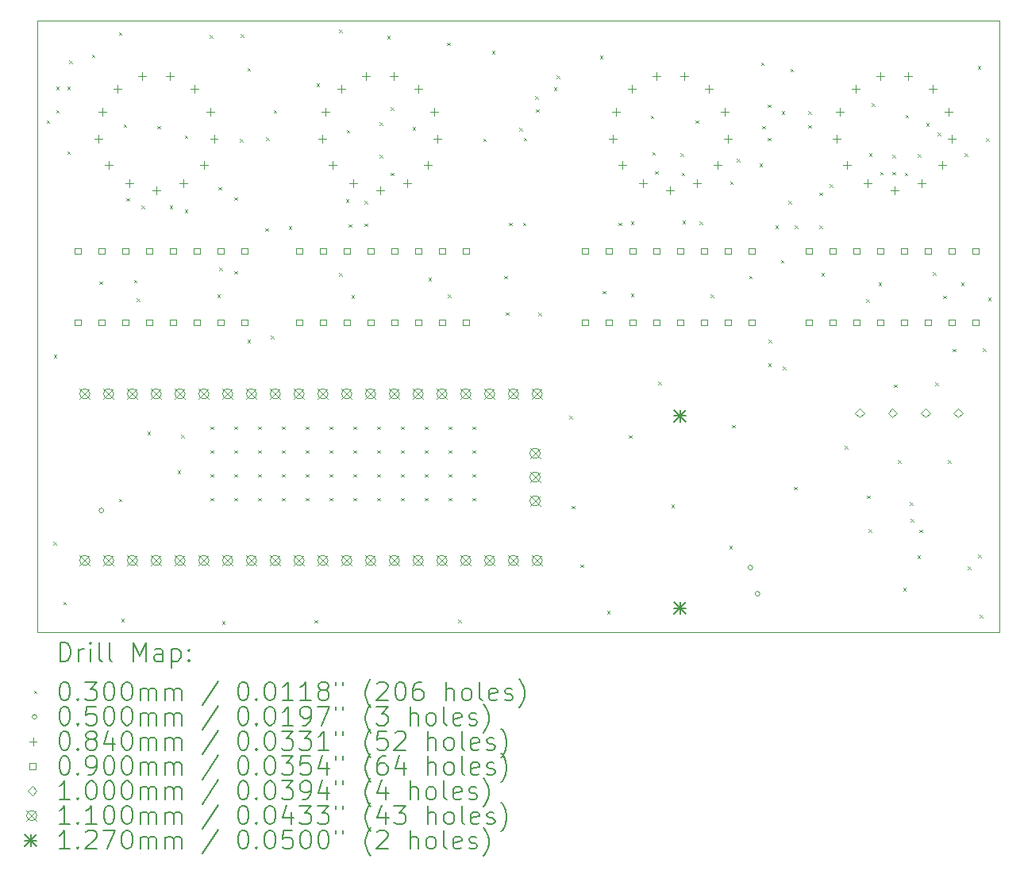
<source format=gbr>
%TF.GenerationSoftware,KiCad,Pcbnew,7.0.1*%
%TF.CreationDate,2023-06-06T13:02:26-04:00*%
%TF.ProjectId,nixie,6e697869-652e-46b6-9963-61645f706362,rev?*%
%TF.SameCoordinates,Original*%
%TF.FileFunction,Drillmap*%
%TF.FilePolarity,Positive*%
%FSLAX45Y45*%
G04 Gerber Fmt 4.5, Leading zero omitted, Abs format (unit mm)*
G04 Created by KiCad (PCBNEW 7.0.1) date 2023-06-06 13:02:26*
%MOMM*%
%LPD*%
G01*
G04 APERTURE LIST*
%ADD10C,0.050000*%
%ADD11C,0.200000*%
%ADD12C,0.030000*%
%ADD13C,0.084000*%
%ADD14C,0.090000*%
%ADD15C,0.100000*%
%ADD16C,0.110000*%
%ADD17C,0.127000*%
G04 APERTURE END LIST*
D10*
X19913610Y-14224000D02*
X19913610Y-7700510D01*
X9652000Y-14224000D02*
X19913610Y-14224000D01*
X19913610Y-7700510D02*
X9652000Y-7700510D01*
X9652000Y-7700510D02*
X9652000Y-14224000D01*
D11*
D12*
X9755000Y-8765000D02*
X9785000Y-8795000D01*
X9785000Y-8765000D02*
X9755000Y-8795000D01*
X9824960Y-13266660D02*
X9854960Y-13296660D01*
X9854960Y-13266660D02*
X9824960Y-13296660D01*
X9830040Y-11265140D02*
X9860040Y-11295140D01*
X9860040Y-11265140D02*
X9830040Y-11295140D01*
X9854500Y-8655500D02*
X9884500Y-8685500D01*
X9884500Y-8655500D02*
X9854500Y-8685500D01*
X9855000Y-8405000D02*
X9885000Y-8435000D01*
X9885000Y-8405000D02*
X9855000Y-8435000D01*
X9931640Y-13904200D02*
X9961640Y-13934200D01*
X9961640Y-13904200D02*
X9931640Y-13934200D01*
X9975000Y-8405000D02*
X10005000Y-8435000D01*
X10005000Y-8405000D02*
X9975000Y-8435000D01*
X9975000Y-9095000D02*
X10005000Y-9125000D01*
X10005000Y-9095000D02*
X9975000Y-9125000D01*
X9995000Y-8125000D02*
X10025000Y-8155000D01*
X10025000Y-8125000D02*
X9995000Y-8155000D01*
X10234514Y-8060555D02*
X10264514Y-8090555D01*
X10264514Y-8060555D02*
X10234514Y-8090555D01*
X10315000Y-10485000D02*
X10345000Y-10515000D01*
X10345000Y-10485000D02*
X10315000Y-10515000D01*
X10523460Y-12804380D02*
X10553460Y-12834380D01*
X10553460Y-12804380D02*
X10523460Y-12834380D01*
X10525000Y-7825000D02*
X10555000Y-7855000D01*
X10555000Y-7825000D02*
X10525000Y-7855000D01*
X10548860Y-14084540D02*
X10578860Y-14114540D01*
X10578860Y-14084540D02*
X10548860Y-14114540D01*
X10575000Y-8805000D02*
X10605000Y-8835000D01*
X10605000Y-8805000D02*
X10575000Y-8835000D01*
X10605000Y-9595000D02*
X10635000Y-9625000D01*
X10635000Y-9595000D02*
X10605000Y-9625000D01*
X10685000Y-10465000D02*
X10715000Y-10495000D01*
X10715000Y-10465000D02*
X10685000Y-10495000D01*
X10715000Y-10665000D02*
X10745000Y-10695000D01*
X10745000Y-10665000D02*
X10715000Y-10695000D01*
X10765000Y-9675000D02*
X10795000Y-9705000D01*
X10795000Y-9675000D02*
X10765000Y-9705000D01*
X10828260Y-12088100D02*
X10858260Y-12118100D01*
X10858260Y-12088100D02*
X10828260Y-12118100D01*
X10935000Y-8825000D02*
X10965000Y-8855000D01*
X10965000Y-8825000D02*
X10935000Y-8855000D01*
X11065000Y-9675000D02*
X11095000Y-9705000D01*
X11095000Y-9675000D02*
X11065000Y-9705000D01*
X11150840Y-12504660D02*
X11180840Y-12534660D01*
X11180840Y-12504660D02*
X11150840Y-12534660D01*
X11186400Y-12121120D02*
X11216400Y-12151120D01*
X11216400Y-12121120D02*
X11186400Y-12151120D01*
X11225000Y-8925000D02*
X11255000Y-8955000D01*
X11255000Y-8925000D02*
X11225000Y-8955000D01*
X11225000Y-9715000D02*
X11255000Y-9745000D01*
X11255000Y-9715000D02*
X11225000Y-9745000D01*
X11495000Y-7855000D02*
X11525000Y-7885000D01*
X11525000Y-7855000D02*
X11495000Y-7885000D01*
X11503900Y-12032220D02*
X11533900Y-12062220D01*
X11533900Y-12032220D02*
X11503900Y-12062220D01*
X11503900Y-12286220D02*
X11533900Y-12316220D01*
X11533900Y-12286220D02*
X11503900Y-12316220D01*
X11503900Y-12540220D02*
X11533900Y-12570220D01*
X11533900Y-12540220D02*
X11503900Y-12570220D01*
X11503900Y-12794220D02*
X11533900Y-12824220D01*
X11533900Y-12794220D02*
X11503900Y-12824220D01*
X11575000Y-10625000D02*
X11605000Y-10655000D01*
X11605000Y-10625000D02*
X11575000Y-10655000D01*
X11585000Y-9475000D02*
X11615000Y-9505000D01*
X11615000Y-9475000D02*
X11585000Y-9505000D01*
X11595000Y-10335000D02*
X11625000Y-10365000D01*
X11625000Y-10335000D02*
X11595000Y-10365000D01*
X11623280Y-14112480D02*
X11653280Y-14142480D01*
X11653280Y-14112480D02*
X11623280Y-14142480D01*
X11755000Y-9585000D02*
X11785000Y-9615000D01*
X11785000Y-9585000D02*
X11755000Y-9615000D01*
X11755000Y-10375000D02*
X11785000Y-10405000D01*
X11785000Y-10375000D02*
X11755000Y-10405000D01*
X11757900Y-12032220D02*
X11787900Y-12062220D01*
X11787900Y-12032220D02*
X11757900Y-12062220D01*
X11757900Y-12286220D02*
X11787900Y-12316220D01*
X11787900Y-12286220D02*
X11757900Y-12316220D01*
X11757900Y-12540220D02*
X11787900Y-12570220D01*
X11787900Y-12540220D02*
X11757900Y-12570220D01*
X11757900Y-12794220D02*
X11787900Y-12824220D01*
X11787900Y-12794220D02*
X11757900Y-12824220D01*
X11815000Y-8965000D02*
X11845000Y-8995000D01*
X11845000Y-8965000D02*
X11815000Y-8995000D01*
X11825000Y-7845000D02*
X11855000Y-7875000D01*
X11855000Y-7845000D02*
X11825000Y-7875000D01*
X11895000Y-8205000D02*
X11925000Y-8235000D01*
X11925000Y-8205000D02*
X11895000Y-8235000D01*
X11895000Y-11105000D02*
X11925000Y-11135000D01*
X11925000Y-11105000D02*
X11895000Y-11135000D01*
X12011900Y-12032220D02*
X12041900Y-12062220D01*
X12041900Y-12032220D02*
X12011900Y-12062220D01*
X12011900Y-12286220D02*
X12041900Y-12316220D01*
X12041900Y-12286220D02*
X12011900Y-12316220D01*
X12011900Y-12540220D02*
X12041900Y-12570220D01*
X12041900Y-12540220D02*
X12011900Y-12570220D01*
X12011900Y-12794220D02*
X12041900Y-12824220D01*
X12041900Y-12794220D02*
X12011900Y-12824220D01*
X12085000Y-9915000D02*
X12115000Y-9945000D01*
X12115000Y-9915000D02*
X12085000Y-9945000D01*
X12095000Y-8945000D02*
X12125000Y-8975000D01*
X12125000Y-8945000D02*
X12095000Y-8975000D01*
X12146520Y-11061940D02*
X12176520Y-11091940D01*
X12176520Y-11061940D02*
X12146520Y-11091940D01*
X12175000Y-8655000D02*
X12205000Y-8685000D01*
X12205000Y-8655000D02*
X12175000Y-8685000D01*
X12265900Y-12032220D02*
X12295900Y-12062220D01*
X12295900Y-12032220D02*
X12265900Y-12062220D01*
X12265900Y-12286220D02*
X12295900Y-12316220D01*
X12295900Y-12286220D02*
X12265900Y-12316220D01*
X12265900Y-12540220D02*
X12295900Y-12570220D01*
X12295900Y-12540220D02*
X12265900Y-12570220D01*
X12265900Y-12794220D02*
X12295900Y-12824220D01*
X12295900Y-12794220D02*
X12265900Y-12824220D01*
X12335000Y-9895000D02*
X12365000Y-9925000D01*
X12365000Y-9895000D02*
X12335000Y-9925000D01*
X12519900Y-12032220D02*
X12549900Y-12062220D01*
X12549900Y-12032220D02*
X12519900Y-12062220D01*
X12519900Y-12286220D02*
X12549900Y-12316220D01*
X12549900Y-12286220D02*
X12519900Y-12316220D01*
X12519900Y-12540220D02*
X12549900Y-12570220D01*
X12549900Y-12540220D02*
X12519900Y-12570220D01*
X12519900Y-12794220D02*
X12549900Y-12824220D01*
X12549900Y-12794220D02*
X12519900Y-12824220D01*
X12611340Y-14097240D02*
X12641340Y-14127240D01*
X12641340Y-14097240D02*
X12611340Y-14127240D01*
X12630908Y-8372891D02*
X12660908Y-8402891D01*
X12660908Y-8372891D02*
X12630908Y-8402891D01*
X12773900Y-12032220D02*
X12803900Y-12062220D01*
X12803900Y-12032220D02*
X12773900Y-12062220D01*
X12773900Y-12286220D02*
X12803900Y-12316220D01*
X12803900Y-12286220D02*
X12773900Y-12316220D01*
X12773900Y-12540220D02*
X12803900Y-12570220D01*
X12803900Y-12540220D02*
X12773900Y-12570220D01*
X12773900Y-12794220D02*
X12803900Y-12824220D01*
X12803900Y-12794220D02*
X12773900Y-12824220D01*
X12875000Y-7795000D02*
X12905000Y-7825000D01*
X12905000Y-7795000D02*
X12875000Y-7825000D01*
X12875000Y-10395000D02*
X12905000Y-10425000D01*
X12905000Y-10395000D02*
X12875000Y-10425000D01*
X12945000Y-9605000D02*
X12975000Y-9635000D01*
X12975000Y-9605000D02*
X12945000Y-9635000D01*
X12955000Y-8865000D02*
X12985000Y-8895000D01*
X12985000Y-8865000D02*
X12955000Y-8895000D01*
X12975000Y-9875000D02*
X13005000Y-9905000D01*
X13005000Y-9875000D02*
X12975000Y-9905000D01*
X13003269Y-10633374D02*
X13033269Y-10663374D01*
X13033269Y-10633374D02*
X13003269Y-10663374D01*
X13027900Y-12032220D02*
X13057900Y-12062220D01*
X13057900Y-12032220D02*
X13027900Y-12062220D01*
X13027900Y-12286220D02*
X13057900Y-12316220D01*
X13057900Y-12286220D02*
X13027900Y-12316220D01*
X13027900Y-12540220D02*
X13057900Y-12570220D01*
X13057900Y-12540220D02*
X13027900Y-12570220D01*
X13027900Y-12794220D02*
X13057900Y-12824220D01*
X13057900Y-12794220D02*
X13027900Y-12824220D01*
X13145000Y-9625000D02*
X13175000Y-9655000D01*
X13175000Y-9625000D02*
X13145000Y-9655000D01*
X13145000Y-9865000D02*
X13175000Y-9895000D01*
X13175000Y-9865000D02*
X13145000Y-9895000D01*
X13281900Y-12032220D02*
X13311900Y-12062220D01*
X13311900Y-12032220D02*
X13281900Y-12062220D01*
X13281900Y-12286220D02*
X13311900Y-12316220D01*
X13311900Y-12286220D02*
X13281900Y-12316220D01*
X13281900Y-12540220D02*
X13311900Y-12570220D01*
X13311900Y-12540220D02*
X13281900Y-12570220D01*
X13281900Y-12794220D02*
X13311900Y-12824220D01*
X13311900Y-12794220D02*
X13281900Y-12824220D01*
X13305000Y-8785000D02*
X13335000Y-8815000D01*
X13335000Y-8785000D02*
X13305000Y-8815000D01*
X13305000Y-9135000D02*
X13335000Y-9165000D01*
X13335000Y-9135000D02*
X13305000Y-9165000D01*
X13385000Y-7865000D02*
X13415000Y-7895000D01*
X13415000Y-7865000D02*
X13385000Y-7895000D01*
X13425000Y-8625000D02*
X13455000Y-8655000D01*
X13455000Y-8625000D02*
X13425000Y-8655000D01*
X13425000Y-9325000D02*
X13455000Y-9355000D01*
X13455000Y-9325000D02*
X13425000Y-9355000D01*
X13535900Y-12032220D02*
X13565900Y-12062220D01*
X13565900Y-12032220D02*
X13535900Y-12062220D01*
X13535900Y-12286220D02*
X13565900Y-12316220D01*
X13565900Y-12286220D02*
X13535900Y-12316220D01*
X13535900Y-12540220D02*
X13565900Y-12570220D01*
X13565900Y-12540220D02*
X13535900Y-12570220D01*
X13535900Y-12794220D02*
X13565900Y-12824220D01*
X13565900Y-12794220D02*
X13535900Y-12824220D01*
X13655000Y-8835000D02*
X13685000Y-8865000D01*
X13685000Y-8835000D02*
X13655000Y-8865000D01*
X13789900Y-12032220D02*
X13819900Y-12062220D01*
X13819900Y-12032220D02*
X13789900Y-12062220D01*
X13789900Y-12286220D02*
X13819900Y-12316220D01*
X13819900Y-12286220D02*
X13789900Y-12316220D01*
X13789900Y-12540220D02*
X13819900Y-12570220D01*
X13819900Y-12540220D02*
X13789900Y-12570220D01*
X13789900Y-12794220D02*
X13819900Y-12824220D01*
X13819900Y-12794220D02*
X13789900Y-12824220D01*
X13825000Y-10445000D02*
X13855000Y-10475000D01*
X13855000Y-10445000D02*
X13825000Y-10475000D01*
X14024795Y-7935227D02*
X14054795Y-7965227D01*
X14054795Y-7935227D02*
X14024795Y-7965227D01*
X14035000Y-10625000D02*
X14065000Y-10655000D01*
X14065000Y-10625000D02*
X14035000Y-10655000D01*
X14043900Y-12032220D02*
X14073900Y-12062220D01*
X14073900Y-12032220D02*
X14043900Y-12062220D01*
X14043900Y-12286220D02*
X14073900Y-12316220D01*
X14073900Y-12286220D02*
X14043900Y-12316220D01*
X14043900Y-12540220D02*
X14073900Y-12570220D01*
X14073900Y-12540220D02*
X14043900Y-12570220D01*
X14043900Y-12794220D02*
X14073900Y-12824220D01*
X14073900Y-12794220D02*
X14043900Y-12824220D01*
X14142960Y-14092160D02*
X14172960Y-14122160D01*
X14172960Y-14092160D02*
X14142960Y-14122160D01*
X14297900Y-12032220D02*
X14327900Y-12062220D01*
X14327900Y-12032220D02*
X14297900Y-12062220D01*
X14297900Y-12286220D02*
X14327900Y-12316220D01*
X14327900Y-12286220D02*
X14297900Y-12316220D01*
X14297900Y-12540220D02*
X14327900Y-12570220D01*
X14327900Y-12540220D02*
X14297900Y-12570220D01*
X14297900Y-12794220D02*
X14327900Y-12824220D01*
X14327900Y-12794220D02*
X14297900Y-12824220D01*
X14410000Y-8960000D02*
X14440000Y-8990000D01*
X14440000Y-8960000D02*
X14410000Y-8990000D01*
X14505000Y-8025000D02*
X14535000Y-8055000D01*
X14535000Y-8025000D02*
X14505000Y-8055000D01*
X14635000Y-10425000D02*
X14665000Y-10455000D01*
X14665000Y-10425000D02*
X14635000Y-10455000D01*
X14650960Y-10813020D02*
X14680960Y-10843020D01*
X14680960Y-10813020D02*
X14650960Y-10843020D01*
X14685000Y-9855000D02*
X14715000Y-9885000D01*
X14715000Y-9855000D02*
X14685000Y-9885000D01*
X14795000Y-8845000D02*
X14825000Y-8875000D01*
X14825000Y-8845000D02*
X14795000Y-8875000D01*
X14835000Y-9855000D02*
X14865000Y-9885000D01*
X14865000Y-9855000D02*
X14835000Y-9885000D01*
X14840390Y-8949610D02*
X14870390Y-8979610D01*
X14870390Y-8949610D02*
X14840390Y-8979610D01*
X14965000Y-8505000D02*
X14995000Y-8535000D01*
X14995000Y-8505000D02*
X14965000Y-8535000D01*
X14975000Y-8645000D02*
X15005000Y-8675000D01*
X15005000Y-8645000D02*
X14975000Y-8675000D01*
X14996400Y-10818100D02*
X15026400Y-10848100D01*
X15026400Y-10818100D02*
X14996400Y-10848100D01*
X15165000Y-8415000D02*
X15195000Y-8445000D01*
X15195000Y-8415000D02*
X15165000Y-8445000D01*
X15195000Y-8285000D02*
X15225000Y-8315000D01*
X15225000Y-8285000D02*
X15195000Y-8315000D01*
X15329140Y-11917920D02*
X15359140Y-11947920D01*
X15359140Y-11917920D02*
X15329140Y-11947920D01*
X15352000Y-12880580D02*
X15382000Y-12910580D01*
X15382000Y-12880580D02*
X15352000Y-12910580D01*
X15447705Y-13506036D02*
X15477705Y-13536036D01*
X15477705Y-13506036D02*
X15447705Y-13536036D01*
X15655000Y-8075000D02*
X15685000Y-8105000D01*
X15685000Y-8075000D02*
X15655000Y-8105000D01*
X15685000Y-10585000D02*
X15715000Y-10615000D01*
X15715000Y-10585000D02*
X15685000Y-10615000D01*
X15730460Y-14003260D02*
X15760460Y-14033260D01*
X15760460Y-14003260D02*
X15730460Y-14033260D01*
X15855000Y-9855000D02*
X15885000Y-9885000D01*
X15885000Y-9855000D02*
X15855000Y-9885000D01*
X15965000Y-12125000D02*
X15995000Y-12155000D01*
X15995000Y-12125000D02*
X15965000Y-12155000D01*
X15985000Y-9845000D02*
X16015000Y-9875000D01*
X16015000Y-9845000D02*
X15985000Y-9875000D01*
X15985000Y-10615000D02*
X16015000Y-10645000D01*
X16015000Y-10615000D02*
X15985000Y-10645000D01*
X16195000Y-8715000D02*
X16225000Y-8745000D01*
X16225000Y-8715000D02*
X16195000Y-8745000D01*
X16215000Y-9105000D02*
X16245000Y-9135000D01*
X16245000Y-9105000D02*
X16215000Y-9135000D01*
X16245000Y-9305000D02*
X16275000Y-9335000D01*
X16275000Y-9305000D02*
X16245000Y-9335000D01*
X16275000Y-11555000D02*
X16305000Y-11585000D01*
X16305000Y-11555000D02*
X16275000Y-11585000D01*
X16415000Y-12865000D02*
X16445000Y-12895000D01*
X16445000Y-12865000D02*
X16415000Y-12895000D01*
X16515000Y-9115000D02*
X16545000Y-9145000D01*
X16545000Y-9115000D02*
X16515000Y-9145000D01*
X16525000Y-9325000D02*
X16555000Y-9355000D01*
X16555000Y-9325000D02*
X16525000Y-9355000D01*
X16535000Y-9835000D02*
X16565000Y-9865000D01*
X16565000Y-9835000D02*
X16535000Y-9865000D01*
X16675000Y-8765000D02*
X16705000Y-8795000D01*
X16705000Y-8765000D02*
X16675000Y-8795000D01*
X16715000Y-9845000D02*
X16745000Y-9875000D01*
X16745000Y-9845000D02*
X16715000Y-9875000D01*
X16835000Y-10625000D02*
X16865000Y-10655000D01*
X16865000Y-10625000D02*
X16835000Y-10655000D01*
X17035000Y-13305000D02*
X17065000Y-13335000D01*
X17065000Y-13305000D02*
X17035000Y-13335000D01*
X17045000Y-9415000D02*
X17075000Y-9445000D01*
X17075000Y-9415000D02*
X17045000Y-9445000D01*
X17065000Y-12015000D02*
X17095000Y-12045000D01*
X17095000Y-12015000D02*
X17065000Y-12045000D01*
X17115000Y-9175000D02*
X17145000Y-9205000D01*
X17145000Y-9175000D02*
X17115000Y-9205000D01*
X17246569Y-10423484D02*
X17276569Y-10453484D01*
X17276569Y-10423484D02*
X17246569Y-10453484D01*
X17355000Y-9225000D02*
X17385000Y-9255000D01*
X17385000Y-9225000D02*
X17355000Y-9255000D01*
X17375000Y-8145000D02*
X17405000Y-8175000D01*
X17405000Y-8145000D02*
X17375000Y-8175000D01*
X17385000Y-8825000D02*
X17415000Y-8855000D01*
X17415000Y-8825000D02*
X17385000Y-8855000D01*
X17445000Y-8595000D02*
X17475000Y-8625000D01*
X17475000Y-8595000D02*
X17445000Y-8625000D01*
X17445000Y-8949610D02*
X17475000Y-8979610D01*
X17475000Y-8949610D02*
X17445000Y-8979610D01*
X17450040Y-11361660D02*
X17480040Y-11391660D01*
X17480040Y-11361660D02*
X17450040Y-11391660D01*
X17452580Y-11105120D02*
X17482580Y-11135120D01*
X17482580Y-11105120D02*
X17452580Y-11135120D01*
X17525000Y-9885000D02*
X17555000Y-9915000D01*
X17555000Y-9885000D02*
X17525000Y-9915000D01*
X17585000Y-10255000D02*
X17615000Y-10285000D01*
X17615000Y-10255000D02*
X17585000Y-10285000D01*
X17595000Y-8665000D02*
X17625000Y-8695000D01*
X17625000Y-8665000D02*
X17595000Y-8695000D01*
X17605000Y-11395000D02*
X17635000Y-11425000D01*
X17635000Y-11395000D02*
X17605000Y-11425000D01*
X17665000Y-9625000D02*
X17695000Y-9655000D01*
X17695000Y-9625000D02*
X17665000Y-9655000D01*
X17685000Y-8215000D02*
X17715000Y-8245000D01*
X17715000Y-8215000D02*
X17685000Y-8245000D01*
X17725000Y-12675000D02*
X17755000Y-12705000D01*
X17755000Y-12675000D02*
X17725000Y-12705000D01*
X17735000Y-9885000D02*
X17765000Y-9915000D01*
X17765000Y-9885000D02*
X17735000Y-9915000D01*
X17875000Y-8665000D02*
X17905000Y-8695000D01*
X17905000Y-8665000D02*
X17875000Y-8695000D01*
X17875000Y-8815000D02*
X17905000Y-8845000D01*
X17905000Y-8815000D02*
X17875000Y-8845000D01*
X17995000Y-9535000D02*
X18025000Y-9565000D01*
X18025000Y-9535000D02*
X17995000Y-9565000D01*
X17995000Y-9885000D02*
X18025000Y-9915000D01*
X18025000Y-9885000D02*
X17995000Y-9915000D01*
X18015000Y-10395000D02*
X18045000Y-10425000D01*
X18045000Y-10395000D02*
X18015000Y-10425000D01*
X18105000Y-9445000D02*
X18135000Y-9475000D01*
X18135000Y-9445000D02*
X18105000Y-9475000D01*
X18267920Y-12240500D02*
X18297920Y-12270500D01*
X18297920Y-12240500D02*
X18267920Y-12270500D01*
X18495000Y-10675000D02*
X18525000Y-10705000D01*
X18525000Y-10675000D02*
X18495000Y-10705000D01*
X18504140Y-12768820D02*
X18534140Y-12798820D01*
X18534140Y-12768820D02*
X18504140Y-12798820D01*
X18521920Y-13126960D02*
X18551920Y-13156960D01*
X18551920Y-13126960D02*
X18521920Y-13156960D01*
X18525000Y-9115000D02*
X18555000Y-9145000D01*
X18555000Y-9115000D02*
X18525000Y-9145000D01*
X18553500Y-8582857D02*
X18583500Y-8612857D01*
X18583500Y-8582857D02*
X18553500Y-8612857D01*
X18625000Y-10495000D02*
X18655000Y-10525000D01*
X18655000Y-10495000D02*
X18625000Y-10525000D01*
X18645000Y-9315000D02*
X18675000Y-9345000D01*
X18675000Y-9315000D02*
X18645000Y-9345000D01*
X18775000Y-9135000D02*
X18805000Y-9165000D01*
X18805000Y-9135000D02*
X18775000Y-9165000D01*
X18775000Y-9315000D02*
X18805000Y-9345000D01*
X18805000Y-9315000D02*
X18775000Y-9345000D01*
X18791160Y-11582640D02*
X18821160Y-11612640D01*
X18821160Y-11582640D02*
X18791160Y-11612640D01*
X18831800Y-12390360D02*
X18861800Y-12420360D01*
X18861800Y-12390360D02*
X18831800Y-12420360D01*
X18890220Y-13756880D02*
X18920220Y-13786880D01*
X18920220Y-13756880D02*
X18890220Y-13786880D01*
X18905000Y-9325000D02*
X18935000Y-9355000D01*
X18935000Y-9325000D02*
X18905000Y-9355000D01*
X18914273Y-8705363D02*
X18944273Y-8735363D01*
X18944273Y-8705363D02*
X18914273Y-8735363D01*
X18958800Y-12839940D02*
X18988800Y-12869940D01*
X18988800Y-12839940D02*
X18958800Y-12869940D01*
X18971500Y-13020280D02*
X19001500Y-13050280D01*
X19001500Y-13020280D02*
X18971500Y-13050280D01*
X19040080Y-13406360D02*
X19070080Y-13436360D01*
X19070080Y-13406360D02*
X19040080Y-13436360D01*
X19045000Y-9125000D02*
X19075000Y-9155000D01*
X19075000Y-9125000D02*
X19045000Y-9155000D01*
X19062940Y-13134580D02*
X19092940Y-13164580D01*
X19092940Y-13134580D02*
X19062940Y-13164580D01*
X19135000Y-8795000D02*
X19165000Y-8825000D01*
X19165000Y-8795000D02*
X19135000Y-8825000D01*
X19205000Y-10385000D02*
X19235000Y-10415000D01*
X19235000Y-10385000D02*
X19205000Y-10415000D01*
X19233120Y-11564860D02*
X19263120Y-11594860D01*
X19263120Y-11564860D02*
X19233120Y-11594860D01*
X19255000Y-8895000D02*
X19285000Y-8925000D01*
X19285000Y-8895000D02*
X19255000Y-8925000D01*
X19315000Y-10635000D02*
X19345000Y-10665000D01*
X19345000Y-10635000D02*
X19315000Y-10665000D01*
X19365200Y-12390360D02*
X19395200Y-12420360D01*
X19395200Y-12390360D02*
X19365200Y-12420360D01*
X19418540Y-11204180D02*
X19448540Y-11234180D01*
X19448540Y-11204180D02*
X19418540Y-11234180D01*
X19505000Y-10495000D02*
X19535000Y-10525000D01*
X19535000Y-10495000D02*
X19505000Y-10525000D01*
X19545000Y-9115000D02*
X19575000Y-9145000D01*
X19575000Y-9115000D02*
X19545000Y-9145000D01*
X19578560Y-13525740D02*
X19608560Y-13555740D01*
X19608560Y-13525740D02*
X19578560Y-13555740D01*
X19685000Y-8185000D02*
X19715000Y-8215000D01*
X19715000Y-8185000D02*
X19685000Y-8215000D01*
X19687780Y-13401280D02*
X19717780Y-13431280D01*
X19717780Y-13401280D02*
X19687780Y-13431280D01*
X19708100Y-14043900D02*
X19738100Y-14073900D01*
X19738100Y-14043900D02*
X19708100Y-14073900D01*
X19741120Y-11199100D02*
X19771120Y-11229100D01*
X19771120Y-11199100D02*
X19741120Y-11229100D01*
X19775000Y-8955000D02*
X19805000Y-8985000D01*
X19805000Y-8955000D02*
X19775000Y-8985000D01*
X19795000Y-10655000D02*
X19825000Y-10685000D01*
X19825000Y-10655000D02*
X19795000Y-10685000D01*
D10*
X10362800Y-12928600D02*
G75*
G03*
X10362800Y-12928600I-25000J0D01*
G01*
X17284300Y-13538200D02*
G75*
G03*
X17284300Y-13538200I-25000J0D01*
G01*
X17360500Y-13817600D02*
G75*
G03*
X17360500Y-13817600I-25000J0D01*
G01*
D13*
X10308940Y-8922610D02*
X10308940Y-9006610D01*
X10266940Y-8964610D02*
X10350940Y-8964610D01*
X10344650Y-8628500D02*
X10344650Y-8712500D01*
X10302650Y-8670500D02*
X10386650Y-8670500D01*
X10414000Y-9199630D02*
X10414000Y-9283630D01*
X10372000Y-9241630D02*
X10456000Y-9241630D01*
X10512950Y-8384680D02*
X10512950Y-8468680D01*
X10470950Y-8426680D02*
X10554950Y-8426680D01*
X10635760Y-9396090D02*
X10635760Y-9480090D01*
X10593760Y-9438090D02*
X10677760Y-9438090D01*
X10775290Y-8246990D02*
X10775290Y-8330990D01*
X10733290Y-8288990D02*
X10817290Y-8288990D01*
X10923420Y-9466990D02*
X10923420Y-9550990D01*
X10881420Y-9508990D02*
X10965420Y-9508990D01*
X11071550Y-8246990D02*
X11071550Y-8330990D01*
X11029550Y-8288990D02*
X11113550Y-8288990D01*
X11211080Y-9396090D02*
X11211080Y-9480090D01*
X11169080Y-9438090D02*
X11253080Y-9438090D01*
X11333890Y-8384680D02*
X11333890Y-8468680D01*
X11291890Y-8426680D02*
X11375890Y-8426680D01*
X11432840Y-9199630D02*
X11432840Y-9283630D01*
X11390840Y-9241630D02*
X11474840Y-9241630D01*
X11502190Y-8628500D02*
X11502190Y-8712500D01*
X11460190Y-8670500D02*
X11544190Y-8670500D01*
X11537900Y-8922610D02*
X11537900Y-9006610D01*
X11495900Y-8964610D02*
X11579900Y-8964610D01*
X12695120Y-8922610D02*
X12695120Y-9006610D01*
X12653120Y-8964610D02*
X12737120Y-8964610D01*
X12730830Y-8628500D02*
X12730830Y-8712500D01*
X12688830Y-8670500D02*
X12772830Y-8670500D01*
X12800180Y-9199630D02*
X12800180Y-9283630D01*
X12758180Y-9241630D02*
X12842180Y-9241630D01*
X12899130Y-8384680D02*
X12899130Y-8468680D01*
X12857130Y-8426680D02*
X12941130Y-8426680D01*
X13021940Y-9396090D02*
X13021940Y-9480090D01*
X12979940Y-9438090D02*
X13063940Y-9438090D01*
X13161470Y-8246990D02*
X13161470Y-8330990D01*
X13119470Y-8288990D02*
X13203470Y-8288990D01*
X13309600Y-9466990D02*
X13309600Y-9550990D01*
X13267600Y-9508990D02*
X13351600Y-9508990D01*
X13457730Y-8246990D02*
X13457730Y-8330990D01*
X13415730Y-8288990D02*
X13499730Y-8288990D01*
X13597260Y-9396090D02*
X13597260Y-9480090D01*
X13555260Y-9438090D02*
X13639260Y-9438090D01*
X13720070Y-8384680D02*
X13720070Y-8468680D01*
X13678070Y-8426680D02*
X13762070Y-8426680D01*
X13819020Y-9199630D02*
X13819020Y-9283630D01*
X13777020Y-9241630D02*
X13861020Y-9241630D01*
X13888370Y-8628500D02*
X13888370Y-8712500D01*
X13846370Y-8670500D02*
X13930370Y-8670500D01*
X13924080Y-8922610D02*
X13924080Y-9006610D01*
X13882080Y-8964610D02*
X13966080Y-8964610D01*
X15789650Y-8922610D02*
X15789650Y-9006610D01*
X15747650Y-8964610D02*
X15831650Y-8964610D01*
X15825360Y-8628500D02*
X15825360Y-8712500D01*
X15783360Y-8670500D02*
X15867360Y-8670500D01*
X15894710Y-9199630D02*
X15894710Y-9283630D01*
X15852710Y-9241630D02*
X15936710Y-9241630D01*
X15993660Y-8384680D02*
X15993660Y-8468680D01*
X15951660Y-8426680D02*
X16035660Y-8426680D01*
X16116470Y-9396090D02*
X16116470Y-9480090D01*
X16074470Y-9438090D02*
X16158470Y-9438090D01*
X16256000Y-8246990D02*
X16256000Y-8330990D01*
X16214000Y-8288990D02*
X16298000Y-8288990D01*
X16404130Y-9466990D02*
X16404130Y-9550990D01*
X16362130Y-9508990D02*
X16446130Y-9508990D01*
X16552260Y-8246990D02*
X16552260Y-8330990D01*
X16510260Y-8288990D02*
X16594260Y-8288990D01*
X16691790Y-9396090D02*
X16691790Y-9480090D01*
X16649790Y-9438090D02*
X16733790Y-9438090D01*
X16814600Y-8384680D02*
X16814600Y-8468680D01*
X16772600Y-8426680D02*
X16856600Y-8426680D01*
X16913550Y-9199630D02*
X16913550Y-9283630D01*
X16871550Y-9241630D02*
X16955550Y-9241630D01*
X16982900Y-8628500D02*
X16982900Y-8712500D01*
X16940900Y-8670500D02*
X17024900Y-8670500D01*
X17018610Y-8922610D02*
X17018610Y-9006610D01*
X16976610Y-8964610D02*
X17060610Y-8964610D01*
X18181520Y-8922610D02*
X18181520Y-9006610D01*
X18139520Y-8964610D02*
X18223520Y-8964610D01*
X18217230Y-8628500D02*
X18217230Y-8712500D01*
X18175230Y-8670500D02*
X18259230Y-8670500D01*
X18286580Y-9199630D02*
X18286580Y-9283630D01*
X18244580Y-9241630D02*
X18328580Y-9241630D01*
X18385530Y-8384680D02*
X18385530Y-8468680D01*
X18343530Y-8426680D02*
X18427530Y-8426680D01*
X18508340Y-9396090D02*
X18508340Y-9480090D01*
X18466340Y-9438090D02*
X18550340Y-9438090D01*
X18647870Y-8246990D02*
X18647870Y-8330990D01*
X18605870Y-8288990D02*
X18689870Y-8288990D01*
X18796000Y-9466990D02*
X18796000Y-9550990D01*
X18754000Y-9508990D02*
X18838000Y-9508990D01*
X18944130Y-8246990D02*
X18944130Y-8330990D01*
X18902130Y-8288990D02*
X18986130Y-8288990D01*
X19083660Y-9396090D02*
X19083660Y-9480090D01*
X19041660Y-9438090D02*
X19125660Y-9438090D01*
X19206470Y-8384680D02*
X19206470Y-8468680D01*
X19164470Y-8426680D02*
X19248470Y-8426680D01*
X19305420Y-9199630D02*
X19305420Y-9283630D01*
X19263420Y-9241630D02*
X19347420Y-9241630D01*
X19374770Y-8628500D02*
X19374770Y-8712500D01*
X19332770Y-8670500D02*
X19416770Y-8670500D01*
X19410480Y-8922610D02*
X19410480Y-9006610D01*
X19368480Y-8964610D02*
X19452480Y-8964610D01*
D14*
X10115620Y-10191820D02*
X10115620Y-10128180D01*
X10051980Y-10128180D01*
X10051980Y-10191820D01*
X10115620Y-10191820D01*
X10115620Y-10953820D02*
X10115620Y-10890180D01*
X10051980Y-10890180D01*
X10051980Y-10953820D01*
X10115620Y-10953820D01*
X10369620Y-10191820D02*
X10369620Y-10128180D01*
X10305980Y-10128180D01*
X10305980Y-10191820D01*
X10369620Y-10191820D01*
X10369620Y-10953820D02*
X10369620Y-10890180D01*
X10305980Y-10890180D01*
X10305980Y-10953820D01*
X10369620Y-10953820D01*
X10623620Y-10191820D02*
X10623620Y-10128180D01*
X10559980Y-10128180D01*
X10559980Y-10191820D01*
X10623620Y-10191820D01*
X10623620Y-10953820D02*
X10623620Y-10890180D01*
X10559980Y-10890180D01*
X10559980Y-10953820D01*
X10623620Y-10953820D01*
X10877620Y-10191820D02*
X10877620Y-10128180D01*
X10813980Y-10128180D01*
X10813980Y-10191820D01*
X10877620Y-10191820D01*
X10877620Y-10953820D02*
X10877620Y-10890180D01*
X10813980Y-10890180D01*
X10813980Y-10953820D01*
X10877620Y-10953820D01*
X11131620Y-10191820D02*
X11131620Y-10128180D01*
X11067980Y-10128180D01*
X11067980Y-10191820D01*
X11131620Y-10191820D01*
X11131620Y-10953820D02*
X11131620Y-10890180D01*
X11067980Y-10890180D01*
X11067980Y-10953820D01*
X11131620Y-10953820D01*
X11385620Y-10191820D02*
X11385620Y-10128180D01*
X11321980Y-10128180D01*
X11321980Y-10191820D01*
X11385620Y-10191820D01*
X11385620Y-10953820D02*
X11385620Y-10890180D01*
X11321980Y-10890180D01*
X11321980Y-10953820D01*
X11385620Y-10953820D01*
X11639620Y-10191820D02*
X11639620Y-10128180D01*
X11575980Y-10128180D01*
X11575980Y-10191820D01*
X11639620Y-10191820D01*
X11639620Y-10953820D02*
X11639620Y-10890180D01*
X11575980Y-10890180D01*
X11575980Y-10953820D01*
X11639620Y-10953820D01*
X11893620Y-10191820D02*
X11893620Y-10128180D01*
X11829980Y-10128180D01*
X11829980Y-10191820D01*
X11893620Y-10191820D01*
X11893620Y-10953820D02*
X11893620Y-10890180D01*
X11829980Y-10890180D01*
X11829980Y-10953820D01*
X11893620Y-10953820D01*
X12477820Y-10191820D02*
X12477820Y-10128180D01*
X12414180Y-10128180D01*
X12414180Y-10191820D01*
X12477820Y-10191820D01*
X12477820Y-10953820D02*
X12477820Y-10890180D01*
X12414180Y-10890180D01*
X12414180Y-10953820D01*
X12477820Y-10953820D01*
X12731820Y-10191820D02*
X12731820Y-10128180D01*
X12668180Y-10128180D01*
X12668180Y-10191820D01*
X12731820Y-10191820D01*
X12731820Y-10953820D02*
X12731820Y-10890180D01*
X12668180Y-10890180D01*
X12668180Y-10953820D01*
X12731820Y-10953820D01*
X12985820Y-10191820D02*
X12985820Y-10128180D01*
X12922180Y-10128180D01*
X12922180Y-10191820D01*
X12985820Y-10191820D01*
X12985820Y-10953820D02*
X12985820Y-10890180D01*
X12922180Y-10890180D01*
X12922180Y-10953820D01*
X12985820Y-10953820D01*
X13239820Y-10191820D02*
X13239820Y-10128180D01*
X13176180Y-10128180D01*
X13176180Y-10191820D01*
X13239820Y-10191820D01*
X13239820Y-10953820D02*
X13239820Y-10890180D01*
X13176180Y-10890180D01*
X13176180Y-10953820D01*
X13239820Y-10953820D01*
X13493820Y-10191820D02*
X13493820Y-10128180D01*
X13430180Y-10128180D01*
X13430180Y-10191820D01*
X13493820Y-10191820D01*
X13493820Y-10953820D02*
X13493820Y-10890180D01*
X13430180Y-10890180D01*
X13430180Y-10953820D01*
X13493820Y-10953820D01*
X13747820Y-10191820D02*
X13747820Y-10128180D01*
X13684180Y-10128180D01*
X13684180Y-10191820D01*
X13747820Y-10191820D01*
X13747820Y-10953820D02*
X13747820Y-10890180D01*
X13684180Y-10890180D01*
X13684180Y-10953820D01*
X13747820Y-10953820D01*
X14001820Y-10191820D02*
X14001820Y-10128180D01*
X13938180Y-10128180D01*
X13938180Y-10191820D01*
X14001820Y-10191820D01*
X14001820Y-10953820D02*
X14001820Y-10890180D01*
X13938180Y-10890180D01*
X13938180Y-10953820D01*
X14001820Y-10953820D01*
X14255820Y-10191820D02*
X14255820Y-10128180D01*
X14192180Y-10128180D01*
X14192180Y-10191820D01*
X14255820Y-10191820D01*
X14255820Y-10953820D02*
X14255820Y-10890180D01*
X14192180Y-10890180D01*
X14192180Y-10953820D01*
X14255820Y-10953820D01*
X15525820Y-10191820D02*
X15525820Y-10128180D01*
X15462180Y-10128180D01*
X15462180Y-10191820D01*
X15525820Y-10191820D01*
X15525820Y-10953820D02*
X15525820Y-10890180D01*
X15462180Y-10890180D01*
X15462180Y-10953820D01*
X15525820Y-10953820D01*
X15779820Y-10191820D02*
X15779820Y-10128180D01*
X15716180Y-10128180D01*
X15716180Y-10191820D01*
X15779820Y-10191820D01*
X15779820Y-10953820D02*
X15779820Y-10890180D01*
X15716180Y-10890180D01*
X15716180Y-10953820D01*
X15779820Y-10953820D01*
X16033820Y-10191820D02*
X16033820Y-10128180D01*
X15970180Y-10128180D01*
X15970180Y-10191820D01*
X16033820Y-10191820D01*
X16033820Y-10953820D02*
X16033820Y-10890180D01*
X15970180Y-10890180D01*
X15970180Y-10953820D01*
X16033820Y-10953820D01*
X16287820Y-10191820D02*
X16287820Y-10128180D01*
X16224180Y-10128180D01*
X16224180Y-10191820D01*
X16287820Y-10191820D01*
X16287820Y-10953820D02*
X16287820Y-10890180D01*
X16224180Y-10890180D01*
X16224180Y-10953820D01*
X16287820Y-10953820D01*
X16541820Y-10191820D02*
X16541820Y-10128180D01*
X16478180Y-10128180D01*
X16478180Y-10191820D01*
X16541820Y-10191820D01*
X16541820Y-10953820D02*
X16541820Y-10890180D01*
X16478180Y-10890180D01*
X16478180Y-10953820D01*
X16541820Y-10953820D01*
X16795820Y-10191820D02*
X16795820Y-10128180D01*
X16732180Y-10128180D01*
X16732180Y-10191820D01*
X16795820Y-10191820D01*
X16795820Y-10953820D02*
X16795820Y-10890180D01*
X16732180Y-10890180D01*
X16732180Y-10953820D01*
X16795820Y-10953820D01*
X17049820Y-10191820D02*
X17049820Y-10128180D01*
X16986180Y-10128180D01*
X16986180Y-10191820D01*
X17049820Y-10191820D01*
X17049820Y-10953820D02*
X17049820Y-10890180D01*
X16986180Y-10890180D01*
X16986180Y-10953820D01*
X17049820Y-10953820D01*
X17303820Y-10191820D02*
X17303820Y-10128180D01*
X17240180Y-10128180D01*
X17240180Y-10191820D01*
X17303820Y-10191820D01*
X17303820Y-10953820D02*
X17303820Y-10890180D01*
X17240180Y-10890180D01*
X17240180Y-10953820D01*
X17303820Y-10953820D01*
X17913420Y-10191820D02*
X17913420Y-10128180D01*
X17849780Y-10128180D01*
X17849780Y-10191820D01*
X17913420Y-10191820D01*
X17913420Y-10953820D02*
X17913420Y-10890180D01*
X17849780Y-10890180D01*
X17849780Y-10953820D01*
X17913420Y-10953820D01*
X18167420Y-10191820D02*
X18167420Y-10128180D01*
X18103780Y-10128180D01*
X18103780Y-10191820D01*
X18167420Y-10191820D01*
X18167420Y-10953820D02*
X18167420Y-10890180D01*
X18103780Y-10890180D01*
X18103780Y-10953820D01*
X18167420Y-10953820D01*
X18421420Y-10191820D02*
X18421420Y-10128180D01*
X18357780Y-10128180D01*
X18357780Y-10191820D01*
X18421420Y-10191820D01*
X18421420Y-10953820D02*
X18421420Y-10890180D01*
X18357780Y-10890180D01*
X18357780Y-10953820D01*
X18421420Y-10953820D01*
X18675420Y-10191820D02*
X18675420Y-10128180D01*
X18611780Y-10128180D01*
X18611780Y-10191820D01*
X18675420Y-10191820D01*
X18675420Y-10953820D02*
X18675420Y-10890180D01*
X18611780Y-10890180D01*
X18611780Y-10953820D01*
X18675420Y-10953820D01*
X18929420Y-10191820D02*
X18929420Y-10128180D01*
X18865780Y-10128180D01*
X18865780Y-10191820D01*
X18929420Y-10191820D01*
X18929420Y-10953820D02*
X18929420Y-10890180D01*
X18865780Y-10890180D01*
X18865780Y-10953820D01*
X18929420Y-10953820D01*
X19183420Y-10191820D02*
X19183420Y-10128180D01*
X19119780Y-10128180D01*
X19119780Y-10191820D01*
X19183420Y-10191820D01*
X19183420Y-10953820D02*
X19183420Y-10890180D01*
X19119780Y-10890180D01*
X19119780Y-10953820D01*
X19183420Y-10953820D01*
X19437420Y-10191820D02*
X19437420Y-10128180D01*
X19373780Y-10128180D01*
X19373780Y-10191820D01*
X19437420Y-10191820D01*
X19437420Y-10953820D02*
X19437420Y-10890180D01*
X19373780Y-10890180D01*
X19373780Y-10953820D01*
X19437420Y-10953820D01*
X19691420Y-10191820D02*
X19691420Y-10128180D01*
X19627780Y-10128180D01*
X19627780Y-10191820D01*
X19691420Y-10191820D01*
X19691420Y-10953820D02*
X19691420Y-10890180D01*
X19627780Y-10890180D01*
X19627780Y-10953820D01*
X19691420Y-10953820D01*
D15*
X18426200Y-11937200D02*
X18476200Y-11887200D01*
X18426200Y-11837200D01*
X18376200Y-11887200D01*
X18426200Y-11937200D01*
X18776200Y-11937200D02*
X18826200Y-11887200D01*
X18776200Y-11837200D01*
X18726200Y-11887200D01*
X18776200Y-11937200D01*
X19126200Y-11937200D02*
X19176200Y-11887200D01*
X19126200Y-11837200D01*
X19076200Y-11887200D01*
X19126200Y-11937200D01*
X19476200Y-11937200D02*
X19526200Y-11887200D01*
X19476200Y-11837200D01*
X19426200Y-11887200D01*
X19476200Y-11937200D01*
D16*
X10105000Y-11629000D02*
X10215000Y-11739000D01*
X10215000Y-11629000D02*
X10105000Y-11739000D01*
X10215000Y-11684000D02*
G75*
G03*
X10215000Y-11684000I-55000J0D01*
G01*
X10105000Y-13407000D02*
X10215000Y-13517000D01*
X10215000Y-13407000D02*
X10105000Y-13517000D01*
X10215000Y-13462000D02*
G75*
G03*
X10215000Y-13462000I-55000J0D01*
G01*
X10359000Y-11629000D02*
X10469000Y-11739000D01*
X10469000Y-11629000D02*
X10359000Y-11739000D01*
X10469000Y-11684000D02*
G75*
G03*
X10469000Y-11684000I-55000J0D01*
G01*
X10359000Y-13407000D02*
X10469000Y-13517000D01*
X10469000Y-13407000D02*
X10359000Y-13517000D01*
X10469000Y-13462000D02*
G75*
G03*
X10469000Y-13462000I-55000J0D01*
G01*
X10613000Y-11629000D02*
X10723000Y-11739000D01*
X10723000Y-11629000D02*
X10613000Y-11739000D01*
X10723000Y-11684000D02*
G75*
G03*
X10723000Y-11684000I-55000J0D01*
G01*
X10613000Y-13407000D02*
X10723000Y-13517000D01*
X10723000Y-13407000D02*
X10613000Y-13517000D01*
X10723000Y-13462000D02*
G75*
G03*
X10723000Y-13462000I-55000J0D01*
G01*
X10867000Y-11629000D02*
X10977000Y-11739000D01*
X10977000Y-11629000D02*
X10867000Y-11739000D01*
X10977000Y-11684000D02*
G75*
G03*
X10977000Y-11684000I-55000J0D01*
G01*
X10867000Y-13407000D02*
X10977000Y-13517000D01*
X10977000Y-13407000D02*
X10867000Y-13517000D01*
X10977000Y-13462000D02*
G75*
G03*
X10977000Y-13462000I-55000J0D01*
G01*
X11121000Y-11629000D02*
X11231000Y-11739000D01*
X11231000Y-11629000D02*
X11121000Y-11739000D01*
X11231000Y-11684000D02*
G75*
G03*
X11231000Y-11684000I-55000J0D01*
G01*
X11121000Y-13407000D02*
X11231000Y-13517000D01*
X11231000Y-13407000D02*
X11121000Y-13517000D01*
X11231000Y-13462000D02*
G75*
G03*
X11231000Y-13462000I-55000J0D01*
G01*
X11375000Y-11629000D02*
X11485000Y-11739000D01*
X11485000Y-11629000D02*
X11375000Y-11739000D01*
X11485000Y-11684000D02*
G75*
G03*
X11485000Y-11684000I-55000J0D01*
G01*
X11375000Y-13407000D02*
X11485000Y-13517000D01*
X11485000Y-13407000D02*
X11375000Y-13517000D01*
X11485000Y-13462000D02*
G75*
G03*
X11485000Y-13462000I-55000J0D01*
G01*
X11629000Y-11629000D02*
X11739000Y-11739000D01*
X11739000Y-11629000D02*
X11629000Y-11739000D01*
X11739000Y-11684000D02*
G75*
G03*
X11739000Y-11684000I-55000J0D01*
G01*
X11629000Y-13407000D02*
X11739000Y-13517000D01*
X11739000Y-13407000D02*
X11629000Y-13517000D01*
X11739000Y-13462000D02*
G75*
G03*
X11739000Y-13462000I-55000J0D01*
G01*
X11883000Y-11629000D02*
X11993000Y-11739000D01*
X11993000Y-11629000D02*
X11883000Y-11739000D01*
X11993000Y-11684000D02*
G75*
G03*
X11993000Y-11684000I-55000J0D01*
G01*
X11883000Y-13407000D02*
X11993000Y-13517000D01*
X11993000Y-13407000D02*
X11883000Y-13517000D01*
X11993000Y-13462000D02*
G75*
G03*
X11993000Y-13462000I-55000J0D01*
G01*
X12137000Y-11629000D02*
X12247000Y-11739000D01*
X12247000Y-11629000D02*
X12137000Y-11739000D01*
X12247000Y-11684000D02*
G75*
G03*
X12247000Y-11684000I-55000J0D01*
G01*
X12137000Y-13407000D02*
X12247000Y-13517000D01*
X12247000Y-13407000D02*
X12137000Y-13517000D01*
X12247000Y-13462000D02*
G75*
G03*
X12247000Y-13462000I-55000J0D01*
G01*
X12391000Y-11629000D02*
X12501000Y-11739000D01*
X12501000Y-11629000D02*
X12391000Y-11739000D01*
X12501000Y-11684000D02*
G75*
G03*
X12501000Y-11684000I-55000J0D01*
G01*
X12391000Y-13407000D02*
X12501000Y-13517000D01*
X12501000Y-13407000D02*
X12391000Y-13517000D01*
X12501000Y-13462000D02*
G75*
G03*
X12501000Y-13462000I-55000J0D01*
G01*
X12645000Y-11629000D02*
X12755000Y-11739000D01*
X12755000Y-11629000D02*
X12645000Y-11739000D01*
X12755000Y-11684000D02*
G75*
G03*
X12755000Y-11684000I-55000J0D01*
G01*
X12645000Y-13407000D02*
X12755000Y-13517000D01*
X12755000Y-13407000D02*
X12645000Y-13517000D01*
X12755000Y-13462000D02*
G75*
G03*
X12755000Y-13462000I-55000J0D01*
G01*
X12899000Y-11629000D02*
X13009000Y-11739000D01*
X13009000Y-11629000D02*
X12899000Y-11739000D01*
X13009000Y-11684000D02*
G75*
G03*
X13009000Y-11684000I-55000J0D01*
G01*
X12899000Y-13407000D02*
X13009000Y-13517000D01*
X13009000Y-13407000D02*
X12899000Y-13517000D01*
X13009000Y-13462000D02*
G75*
G03*
X13009000Y-13462000I-55000J0D01*
G01*
X13153000Y-11629000D02*
X13263000Y-11739000D01*
X13263000Y-11629000D02*
X13153000Y-11739000D01*
X13263000Y-11684000D02*
G75*
G03*
X13263000Y-11684000I-55000J0D01*
G01*
X13153000Y-13407000D02*
X13263000Y-13517000D01*
X13263000Y-13407000D02*
X13153000Y-13517000D01*
X13263000Y-13462000D02*
G75*
G03*
X13263000Y-13462000I-55000J0D01*
G01*
X13407000Y-11629000D02*
X13517000Y-11739000D01*
X13517000Y-11629000D02*
X13407000Y-11739000D01*
X13517000Y-11684000D02*
G75*
G03*
X13517000Y-11684000I-55000J0D01*
G01*
X13407000Y-13407000D02*
X13517000Y-13517000D01*
X13517000Y-13407000D02*
X13407000Y-13517000D01*
X13517000Y-13462000D02*
G75*
G03*
X13517000Y-13462000I-55000J0D01*
G01*
X13661000Y-11629000D02*
X13771000Y-11739000D01*
X13771000Y-11629000D02*
X13661000Y-11739000D01*
X13771000Y-11684000D02*
G75*
G03*
X13771000Y-11684000I-55000J0D01*
G01*
X13661000Y-13407000D02*
X13771000Y-13517000D01*
X13771000Y-13407000D02*
X13661000Y-13517000D01*
X13771000Y-13462000D02*
G75*
G03*
X13771000Y-13462000I-55000J0D01*
G01*
X13915000Y-11629000D02*
X14025000Y-11739000D01*
X14025000Y-11629000D02*
X13915000Y-11739000D01*
X14025000Y-11684000D02*
G75*
G03*
X14025000Y-11684000I-55000J0D01*
G01*
X13915000Y-13407000D02*
X14025000Y-13517000D01*
X14025000Y-13407000D02*
X13915000Y-13517000D01*
X14025000Y-13462000D02*
G75*
G03*
X14025000Y-13462000I-55000J0D01*
G01*
X14169000Y-11629000D02*
X14279000Y-11739000D01*
X14279000Y-11629000D02*
X14169000Y-11739000D01*
X14279000Y-11684000D02*
G75*
G03*
X14279000Y-11684000I-55000J0D01*
G01*
X14169000Y-13407000D02*
X14279000Y-13517000D01*
X14279000Y-13407000D02*
X14169000Y-13517000D01*
X14279000Y-13462000D02*
G75*
G03*
X14279000Y-13462000I-55000J0D01*
G01*
X14423000Y-11629000D02*
X14533000Y-11739000D01*
X14533000Y-11629000D02*
X14423000Y-11739000D01*
X14533000Y-11684000D02*
G75*
G03*
X14533000Y-11684000I-55000J0D01*
G01*
X14423000Y-13407000D02*
X14533000Y-13517000D01*
X14533000Y-13407000D02*
X14423000Y-13517000D01*
X14533000Y-13462000D02*
G75*
G03*
X14533000Y-13462000I-55000J0D01*
G01*
X14677000Y-11629000D02*
X14787000Y-11739000D01*
X14787000Y-11629000D02*
X14677000Y-11739000D01*
X14787000Y-11684000D02*
G75*
G03*
X14787000Y-11684000I-55000J0D01*
G01*
X14677000Y-13407000D02*
X14787000Y-13517000D01*
X14787000Y-13407000D02*
X14677000Y-13517000D01*
X14787000Y-13462000D02*
G75*
G03*
X14787000Y-13462000I-55000J0D01*
G01*
X14908000Y-12264000D02*
X15018000Y-12374000D01*
X15018000Y-12264000D02*
X14908000Y-12374000D01*
X15018000Y-12319000D02*
G75*
G03*
X15018000Y-12319000I-55000J0D01*
G01*
X14908000Y-12518000D02*
X15018000Y-12628000D01*
X15018000Y-12518000D02*
X14908000Y-12628000D01*
X15018000Y-12573000D02*
G75*
G03*
X15018000Y-12573000I-55000J0D01*
G01*
X14908000Y-12772000D02*
X15018000Y-12882000D01*
X15018000Y-12772000D02*
X14908000Y-12882000D01*
X15018000Y-12827000D02*
G75*
G03*
X15018000Y-12827000I-55000J0D01*
G01*
X14931000Y-11629000D02*
X15041000Y-11739000D01*
X15041000Y-11629000D02*
X14931000Y-11739000D01*
X15041000Y-11684000D02*
G75*
G03*
X15041000Y-11684000I-55000J0D01*
G01*
X14931000Y-13407000D02*
X15041000Y-13517000D01*
X15041000Y-13407000D02*
X14931000Y-13517000D01*
X15041000Y-13462000D02*
G75*
G03*
X15041000Y-13462000I-55000J0D01*
G01*
D17*
X16446500Y-11856500D02*
X16573500Y-11983500D01*
X16573500Y-11856500D02*
X16446500Y-11983500D01*
X16510000Y-11856500D02*
X16510000Y-11983500D01*
X16446500Y-11920000D02*
X16573500Y-11920000D01*
X16446500Y-13906500D02*
X16573500Y-14033500D01*
X16573500Y-13906500D02*
X16446500Y-14033500D01*
X16510000Y-13906500D02*
X16510000Y-14033500D01*
X16446500Y-13970000D02*
X16573500Y-13970000D01*
D11*
X9897119Y-14539024D02*
X9897119Y-14339024D01*
X9897119Y-14339024D02*
X9944738Y-14339024D01*
X9944738Y-14339024D02*
X9973310Y-14348548D01*
X9973310Y-14348548D02*
X9992357Y-14367595D01*
X9992357Y-14367595D02*
X10001881Y-14386643D01*
X10001881Y-14386643D02*
X10011405Y-14424738D01*
X10011405Y-14424738D02*
X10011405Y-14453309D01*
X10011405Y-14453309D02*
X10001881Y-14491405D01*
X10001881Y-14491405D02*
X9992357Y-14510452D01*
X9992357Y-14510452D02*
X9973310Y-14529500D01*
X9973310Y-14529500D02*
X9944738Y-14539024D01*
X9944738Y-14539024D02*
X9897119Y-14539024D01*
X10097119Y-14539024D02*
X10097119Y-14405690D01*
X10097119Y-14443786D02*
X10106643Y-14424738D01*
X10106643Y-14424738D02*
X10116167Y-14415214D01*
X10116167Y-14415214D02*
X10135214Y-14405690D01*
X10135214Y-14405690D02*
X10154262Y-14405690D01*
X10220929Y-14539024D02*
X10220929Y-14405690D01*
X10220929Y-14339024D02*
X10211405Y-14348548D01*
X10211405Y-14348548D02*
X10220929Y-14358071D01*
X10220929Y-14358071D02*
X10230452Y-14348548D01*
X10230452Y-14348548D02*
X10220929Y-14339024D01*
X10220929Y-14339024D02*
X10220929Y-14358071D01*
X10344738Y-14539024D02*
X10325690Y-14529500D01*
X10325690Y-14529500D02*
X10316167Y-14510452D01*
X10316167Y-14510452D02*
X10316167Y-14339024D01*
X10449500Y-14539024D02*
X10430452Y-14529500D01*
X10430452Y-14529500D02*
X10420929Y-14510452D01*
X10420929Y-14510452D02*
X10420929Y-14339024D01*
X10678071Y-14539024D02*
X10678071Y-14339024D01*
X10678071Y-14339024D02*
X10744738Y-14481881D01*
X10744738Y-14481881D02*
X10811405Y-14339024D01*
X10811405Y-14339024D02*
X10811405Y-14539024D01*
X10992357Y-14539024D02*
X10992357Y-14434262D01*
X10992357Y-14434262D02*
X10982833Y-14415214D01*
X10982833Y-14415214D02*
X10963786Y-14405690D01*
X10963786Y-14405690D02*
X10925690Y-14405690D01*
X10925690Y-14405690D02*
X10906643Y-14415214D01*
X10992357Y-14529500D02*
X10973310Y-14539024D01*
X10973310Y-14539024D02*
X10925690Y-14539024D01*
X10925690Y-14539024D02*
X10906643Y-14529500D01*
X10906643Y-14529500D02*
X10897119Y-14510452D01*
X10897119Y-14510452D02*
X10897119Y-14491405D01*
X10897119Y-14491405D02*
X10906643Y-14472357D01*
X10906643Y-14472357D02*
X10925690Y-14462833D01*
X10925690Y-14462833D02*
X10973310Y-14462833D01*
X10973310Y-14462833D02*
X10992357Y-14453309D01*
X11087595Y-14405690D02*
X11087595Y-14605690D01*
X11087595Y-14415214D02*
X11106643Y-14405690D01*
X11106643Y-14405690D02*
X11144738Y-14405690D01*
X11144738Y-14405690D02*
X11163786Y-14415214D01*
X11163786Y-14415214D02*
X11173310Y-14424738D01*
X11173310Y-14424738D02*
X11182833Y-14443786D01*
X11182833Y-14443786D02*
X11182833Y-14500928D01*
X11182833Y-14500928D02*
X11173310Y-14519976D01*
X11173310Y-14519976D02*
X11163786Y-14529500D01*
X11163786Y-14529500D02*
X11144738Y-14539024D01*
X11144738Y-14539024D02*
X11106643Y-14539024D01*
X11106643Y-14539024D02*
X11087595Y-14529500D01*
X11268548Y-14519976D02*
X11278071Y-14529500D01*
X11278071Y-14529500D02*
X11268548Y-14539024D01*
X11268548Y-14539024D02*
X11259024Y-14529500D01*
X11259024Y-14529500D02*
X11268548Y-14519976D01*
X11268548Y-14519976D02*
X11268548Y-14539024D01*
X11268548Y-14415214D02*
X11278071Y-14424738D01*
X11278071Y-14424738D02*
X11268548Y-14434262D01*
X11268548Y-14434262D02*
X11259024Y-14424738D01*
X11259024Y-14424738D02*
X11268548Y-14415214D01*
X11268548Y-14415214D02*
X11268548Y-14434262D01*
D12*
X9619500Y-14851500D02*
X9649500Y-14881500D01*
X9649500Y-14851500D02*
X9619500Y-14881500D01*
D11*
X9935214Y-14759024D02*
X9954262Y-14759024D01*
X9954262Y-14759024D02*
X9973310Y-14768548D01*
X9973310Y-14768548D02*
X9982833Y-14778071D01*
X9982833Y-14778071D02*
X9992357Y-14797119D01*
X9992357Y-14797119D02*
X10001881Y-14835214D01*
X10001881Y-14835214D02*
X10001881Y-14882833D01*
X10001881Y-14882833D02*
X9992357Y-14920928D01*
X9992357Y-14920928D02*
X9982833Y-14939976D01*
X9982833Y-14939976D02*
X9973310Y-14949500D01*
X9973310Y-14949500D02*
X9954262Y-14959024D01*
X9954262Y-14959024D02*
X9935214Y-14959024D01*
X9935214Y-14959024D02*
X9916167Y-14949500D01*
X9916167Y-14949500D02*
X9906643Y-14939976D01*
X9906643Y-14939976D02*
X9897119Y-14920928D01*
X9897119Y-14920928D02*
X9887595Y-14882833D01*
X9887595Y-14882833D02*
X9887595Y-14835214D01*
X9887595Y-14835214D02*
X9897119Y-14797119D01*
X9897119Y-14797119D02*
X9906643Y-14778071D01*
X9906643Y-14778071D02*
X9916167Y-14768548D01*
X9916167Y-14768548D02*
X9935214Y-14759024D01*
X10087595Y-14939976D02*
X10097119Y-14949500D01*
X10097119Y-14949500D02*
X10087595Y-14959024D01*
X10087595Y-14959024D02*
X10078071Y-14949500D01*
X10078071Y-14949500D02*
X10087595Y-14939976D01*
X10087595Y-14939976D02*
X10087595Y-14959024D01*
X10163786Y-14759024D02*
X10287595Y-14759024D01*
X10287595Y-14759024D02*
X10220929Y-14835214D01*
X10220929Y-14835214D02*
X10249500Y-14835214D01*
X10249500Y-14835214D02*
X10268548Y-14844738D01*
X10268548Y-14844738D02*
X10278071Y-14854262D01*
X10278071Y-14854262D02*
X10287595Y-14873309D01*
X10287595Y-14873309D02*
X10287595Y-14920928D01*
X10287595Y-14920928D02*
X10278071Y-14939976D01*
X10278071Y-14939976D02*
X10268548Y-14949500D01*
X10268548Y-14949500D02*
X10249500Y-14959024D01*
X10249500Y-14959024D02*
X10192357Y-14959024D01*
X10192357Y-14959024D02*
X10173310Y-14949500D01*
X10173310Y-14949500D02*
X10163786Y-14939976D01*
X10411405Y-14759024D02*
X10430452Y-14759024D01*
X10430452Y-14759024D02*
X10449500Y-14768548D01*
X10449500Y-14768548D02*
X10459024Y-14778071D01*
X10459024Y-14778071D02*
X10468548Y-14797119D01*
X10468548Y-14797119D02*
X10478071Y-14835214D01*
X10478071Y-14835214D02*
X10478071Y-14882833D01*
X10478071Y-14882833D02*
X10468548Y-14920928D01*
X10468548Y-14920928D02*
X10459024Y-14939976D01*
X10459024Y-14939976D02*
X10449500Y-14949500D01*
X10449500Y-14949500D02*
X10430452Y-14959024D01*
X10430452Y-14959024D02*
X10411405Y-14959024D01*
X10411405Y-14959024D02*
X10392357Y-14949500D01*
X10392357Y-14949500D02*
X10382833Y-14939976D01*
X10382833Y-14939976D02*
X10373310Y-14920928D01*
X10373310Y-14920928D02*
X10363786Y-14882833D01*
X10363786Y-14882833D02*
X10363786Y-14835214D01*
X10363786Y-14835214D02*
X10373310Y-14797119D01*
X10373310Y-14797119D02*
X10382833Y-14778071D01*
X10382833Y-14778071D02*
X10392357Y-14768548D01*
X10392357Y-14768548D02*
X10411405Y-14759024D01*
X10601881Y-14759024D02*
X10620929Y-14759024D01*
X10620929Y-14759024D02*
X10639976Y-14768548D01*
X10639976Y-14768548D02*
X10649500Y-14778071D01*
X10649500Y-14778071D02*
X10659024Y-14797119D01*
X10659024Y-14797119D02*
X10668548Y-14835214D01*
X10668548Y-14835214D02*
X10668548Y-14882833D01*
X10668548Y-14882833D02*
X10659024Y-14920928D01*
X10659024Y-14920928D02*
X10649500Y-14939976D01*
X10649500Y-14939976D02*
X10639976Y-14949500D01*
X10639976Y-14949500D02*
X10620929Y-14959024D01*
X10620929Y-14959024D02*
X10601881Y-14959024D01*
X10601881Y-14959024D02*
X10582833Y-14949500D01*
X10582833Y-14949500D02*
X10573310Y-14939976D01*
X10573310Y-14939976D02*
X10563786Y-14920928D01*
X10563786Y-14920928D02*
X10554262Y-14882833D01*
X10554262Y-14882833D02*
X10554262Y-14835214D01*
X10554262Y-14835214D02*
X10563786Y-14797119D01*
X10563786Y-14797119D02*
X10573310Y-14778071D01*
X10573310Y-14778071D02*
X10582833Y-14768548D01*
X10582833Y-14768548D02*
X10601881Y-14759024D01*
X10754262Y-14959024D02*
X10754262Y-14825690D01*
X10754262Y-14844738D02*
X10763786Y-14835214D01*
X10763786Y-14835214D02*
X10782833Y-14825690D01*
X10782833Y-14825690D02*
X10811405Y-14825690D01*
X10811405Y-14825690D02*
X10830452Y-14835214D01*
X10830452Y-14835214D02*
X10839976Y-14854262D01*
X10839976Y-14854262D02*
X10839976Y-14959024D01*
X10839976Y-14854262D02*
X10849500Y-14835214D01*
X10849500Y-14835214D02*
X10868548Y-14825690D01*
X10868548Y-14825690D02*
X10897119Y-14825690D01*
X10897119Y-14825690D02*
X10916167Y-14835214D01*
X10916167Y-14835214D02*
X10925691Y-14854262D01*
X10925691Y-14854262D02*
X10925691Y-14959024D01*
X11020929Y-14959024D02*
X11020929Y-14825690D01*
X11020929Y-14844738D02*
X11030452Y-14835214D01*
X11030452Y-14835214D02*
X11049500Y-14825690D01*
X11049500Y-14825690D02*
X11078072Y-14825690D01*
X11078072Y-14825690D02*
X11097119Y-14835214D01*
X11097119Y-14835214D02*
X11106643Y-14854262D01*
X11106643Y-14854262D02*
X11106643Y-14959024D01*
X11106643Y-14854262D02*
X11116167Y-14835214D01*
X11116167Y-14835214D02*
X11135214Y-14825690D01*
X11135214Y-14825690D02*
X11163786Y-14825690D01*
X11163786Y-14825690D02*
X11182833Y-14835214D01*
X11182833Y-14835214D02*
X11192357Y-14854262D01*
X11192357Y-14854262D02*
X11192357Y-14959024D01*
X11582833Y-14749500D02*
X11411405Y-15006643D01*
X11839976Y-14759024D02*
X11859024Y-14759024D01*
X11859024Y-14759024D02*
X11878072Y-14768548D01*
X11878072Y-14768548D02*
X11887595Y-14778071D01*
X11887595Y-14778071D02*
X11897119Y-14797119D01*
X11897119Y-14797119D02*
X11906643Y-14835214D01*
X11906643Y-14835214D02*
X11906643Y-14882833D01*
X11906643Y-14882833D02*
X11897119Y-14920928D01*
X11897119Y-14920928D02*
X11887595Y-14939976D01*
X11887595Y-14939976D02*
X11878072Y-14949500D01*
X11878072Y-14949500D02*
X11859024Y-14959024D01*
X11859024Y-14959024D02*
X11839976Y-14959024D01*
X11839976Y-14959024D02*
X11820929Y-14949500D01*
X11820929Y-14949500D02*
X11811405Y-14939976D01*
X11811405Y-14939976D02*
X11801881Y-14920928D01*
X11801881Y-14920928D02*
X11792357Y-14882833D01*
X11792357Y-14882833D02*
X11792357Y-14835214D01*
X11792357Y-14835214D02*
X11801881Y-14797119D01*
X11801881Y-14797119D02*
X11811405Y-14778071D01*
X11811405Y-14778071D02*
X11820929Y-14768548D01*
X11820929Y-14768548D02*
X11839976Y-14759024D01*
X11992357Y-14939976D02*
X12001881Y-14949500D01*
X12001881Y-14949500D02*
X11992357Y-14959024D01*
X11992357Y-14959024D02*
X11982833Y-14949500D01*
X11982833Y-14949500D02*
X11992357Y-14939976D01*
X11992357Y-14939976D02*
X11992357Y-14959024D01*
X12125691Y-14759024D02*
X12144738Y-14759024D01*
X12144738Y-14759024D02*
X12163786Y-14768548D01*
X12163786Y-14768548D02*
X12173310Y-14778071D01*
X12173310Y-14778071D02*
X12182833Y-14797119D01*
X12182833Y-14797119D02*
X12192357Y-14835214D01*
X12192357Y-14835214D02*
X12192357Y-14882833D01*
X12192357Y-14882833D02*
X12182833Y-14920928D01*
X12182833Y-14920928D02*
X12173310Y-14939976D01*
X12173310Y-14939976D02*
X12163786Y-14949500D01*
X12163786Y-14949500D02*
X12144738Y-14959024D01*
X12144738Y-14959024D02*
X12125691Y-14959024D01*
X12125691Y-14959024D02*
X12106643Y-14949500D01*
X12106643Y-14949500D02*
X12097119Y-14939976D01*
X12097119Y-14939976D02*
X12087595Y-14920928D01*
X12087595Y-14920928D02*
X12078072Y-14882833D01*
X12078072Y-14882833D02*
X12078072Y-14835214D01*
X12078072Y-14835214D02*
X12087595Y-14797119D01*
X12087595Y-14797119D02*
X12097119Y-14778071D01*
X12097119Y-14778071D02*
X12106643Y-14768548D01*
X12106643Y-14768548D02*
X12125691Y-14759024D01*
X12382833Y-14959024D02*
X12268548Y-14959024D01*
X12325691Y-14959024D02*
X12325691Y-14759024D01*
X12325691Y-14759024D02*
X12306643Y-14787595D01*
X12306643Y-14787595D02*
X12287595Y-14806643D01*
X12287595Y-14806643D02*
X12268548Y-14816167D01*
X12573310Y-14959024D02*
X12459024Y-14959024D01*
X12516167Y-14959024D02*
X12516167Y-14759024D01*
X12516167Y-14759024D02*
X12497119Y-14787595D01*
X12497119Y-14787595D02*
X12478072Y-14806643D01*
X12478072Y-14806643D02*
X12459024Y-14816167D01*
X12687595Y-14844738D02*
X12668548Y-14835214D01*
X12668548Y-14835214D02*
X12659024Y-14825690D01*
X12659024Y-14825690D02*
X12649500Y-14806643D01*
X12649500Y-14806643D02*
X12649500Y-14797119D01*
X12649500Y-14797119D02*
X12659024Y-14778071D01*
X12659024Y-14778071D02*
X12668548Y-14768548D01*
X12668548Y-14768548D02*
X12687595Y-14759024D01*
X12687595Y-14759024D02*
X12725691Y-14759024D01*
X12725691Y-14759024D02*
X12744738Y-14768548D01*
X12744738Y-14768548D02*
X12754262Y-14778071D01*
X12754262Y-14778071D02*
X12763786Y-14797119D01*
X12763786Y-14797119D02*
X12763786Y-14806643D01*
X12763786Y-14806643D02*
X12754262Y-14825690D01*
X12754262Y-14825690D02*
X12744738Y-14835214D01*
X12744738Y-14835214D02*
X12725691Y-14844738D01*
X12725691Y-14844738D02*
X12687595Y-14844738D01*
X12687595Y-14844738D02*
X12668548Y-14854262D01*
X12668548Y-14854262D02*
X12659024Y-14863786D01*
X12659024Y-14863786D02*
X12649500Y-14882833D01*
X12649500Y-14882833D02*
X12649500Y-14920928D01*
X12649500Y-14920928D02*
X12659024Y-14939976D01*
X12659024Y-14939976D02*
X12668548Y-14949500D01*
X12668548Y-14949500D02*
X12687595Y-14959024D01*
X12687595Y-14959024D02*
X12725691Y-14959024D01*
X12725691Y-14959024D02*
X12744738Y-14949500D01*
X12744738Y-14949500D02*
X12754262Y-14939976D01*
X12754262Y-14939976D02*
X12763786Y-14920928D01*
X12763786Y-14920928D02*
X12763786Y-14882833D01*
X12763786Y-14882833D02*
X12754262Y-14863786D01*
X12754262Y-14863786D02*
X12744738Y-14854262D01*
X12744738Y-14854262D02*
X12725691Y-14844738D01*
X12839976Y-14759024D02*
X12839976Y-14797119D01*
X12916167Y-14759024D02*
X12916167Y-14797119D01*
X13211405Y-15035214D02*
X13201881Y-15025690D01*
X13201881Y-15025690D02*
X13182834Y-14997119D01*
X13182834Y-14997119D02*
X13173310Y-14978071D01*
X13173310Y-14978071D02*
X13163786Y-14949500D01*
X13163786Y-14949500D02*
X13154262Y-14901881D01*
X13154262Y-14901881D02*
X13154262Y-14863786D01*
X13154262Y-14863786D02*
X13163786Y-14816167D01*
X13163786Y-14816167D02*
X13173310Y-14787595D01*
X13173310Y-14787595D02*
X13182834Y-14768548D01*
X13182834Y-14768548D02*
X13201881Y-14739976D01*
X13201881Y-14739976D02*
X13211405Y-14730452D01*
X13278072Y-14778071D02*
X13287595Y-14768548D01*
X13287595Y-14768548D02*
X13306643Y-14759024D01*
X13306643Y-14759024D02*
X13354262Y-14759024D01*
X13354262Y-14759024D02*
X13373310Y-14768548D01*
X13373310Y-14768548D02*
X13382834Y-14778071D01*
X13382834Y-14778071D02*
X13392357Y-14797119D01*
X13392357Y-14797119D02*
X13392357Y-14816167D01*
X13392357Y-14816167D02*
X13382834Y-14844738D01*
X13382834Y-14844738D02*
X13268548Y-14959024D01*
X13268548Y-14959024D02*
X13392357Y-14959024D01*
X13516167Y-14759024D02*
X13535215Y-14759024D01*
X13535215Y-14759024D02*
X13554262Y-14768548D01*
X13554262Y-14768548D02*
X13563786Y-14778071D01*
X13563786Y-14778071D02*
X13573310Y-14797119D01*
X13573310Y-14797119D02*
X13582834Y-14835214D01*
X13582834Y-14835214D02*
X13582834Y-14882833D01*
X13582834Y-14882833D02*
X13573310Y-14920928D01*
X13573310Y-14920928D02*
X13563786Y-14939976D01*
X13563786Y-14939976D02*
X13554262Y-14949500D01*
X13554262Y-14949500D02*
X13535215Y-14959024D01*
X13535215Y-14959024D02*
X13516167Y-14959024D01*
X13516167Y-14959024D02*
X13497119Y-14949500D01*
X13497119Y-14949500D02*
X13487595Y-14939976D01*
X13487595Y-14939976D02*
X13478072Y-14920928D01*
X13478072Y-14920928D02*
X13468548Y-14882833D01*
X13468548Y-14882833D02*
X13468548Y-14835214D01*
X13468548Y-14835214D02*
X13478072Y-14797119D01*
X13478072Y-14797119D02*
X13487595Y-14778071D01*
X13487595Y-14778071D02*
X13497119Y-14768548D01*
X13497119Y-14768548D02*
X13516167Y-14759024D01*
X13754262Y-14759024D02*
X13716167Y-14759024D01*
X13716167Y-14759024D02*
X13697119Y-14768548D01*
X13697119Y-14768548D02*
X13687595Y-14778071D01*
X13687595Y-14778071D02*
X13668548Y-14806643D01*
X13668548Y-14806643D02*
X13659024Y-14844738D01*
X13659024Y-14844738D02*
X13659024Y-14920928D01*
X13659024Y-14920928D02*
X13668548Y-14939976D01*
X13668548Y-14939976D02*
X13678072Y-14949500D01*
X13678072Y-14949500D02*
X13697119Y-14959024D01*
X13697119Y-14959024D02*
X13735215Y-14959024D01*
X13735215Y-14959024D02*
X13754262Y-14949500D01*
X13754262Y-14949500D02*
X13763786Y-14939976D01*
X13763786Y-14939976D02*
X13773310Y-14920928D01*
X13773310Y-14920928D02*
X13773310Y-14873309D01*
X13773310Y-14873309D02*
X13763786Y-14854262D01*
X13763786Y-14854262D02*
X13754262Y-14844738D01*
X13754262Y-14844738D02*
X13735215Y-14835214D01*
X13735215Y-14835214D02*
X13697119Y-14835214D01*
X13697119Y-14835214D02*
X13678072Y-14844738D01*
X13678072Y-14844738D02*
X13668548Y-14854262D01*
X13668548Y-14854262D02*
X13659024Y-14873309D01*
X14011405Y-14959024D02*
X14011405Y-14759024D01*
X14097119Y-14959024D02*
X14097119Y-14854262D01*
X14097119Y-14854262D02*
X14087596Y-14835214D01*
X14087596Y-14835214D02*
X14068548Y-14825690D01*
X14068548Y-14825690D02*
X14039976Y-14825690D01*
X14039976Y-14825690D02*
X14020929Y-14835214D01*
X14020929Y-14835214D02*
X14011405Y-14844738D01*
X14220929Y-14959024D02*
X14201881Y-14949500D01*
X14201881Y-14949500D02*
X14192357Y-14939976D01*
X14192357Y-14939976D02*
X14182834Y-14920928D01*
X14182834Y-14920928D02*
X14182834Y-14863786D01*
X14182834Y-14863786D02*
X14192357Y-14844738D01*
X14192357Y-14844738D02*
X14201881Y-14835214D01*
X14201881Y-14835214D02*
X14220929Y-14825690D01*
X14220929Y-14825690D02*
X14249500Y-14825690D01*
X14249500Y-14825690D02*
X14268548Y-14835214D01*
X14268548Y-14835214D02*
X14278072Y-14844738D01*
X14278072Y-14844738D02*
X14287596Y-14863786D01*
X14287596Y-14863786D02*
X14287596Y-14920928D01*
X14287596Y-14920928D02*
X14278072Y-14939976D01*
X14278072Y-14939976D02*
X14268548Y-14949500D01*
X14268548Y-14949500D02*
X14249500Y-14959024D01*
X14249500Y-14959024D02*
X14220929Y-14959024D01*
X14401881Y-14959024D02*
X14382834Y-14949500D01*
X14382834Y-14949500D02*
X14373310Y-14930452D01*
X14373310Y-14930452D02*
X14373310Y-14759024D01*
X14554262Y-14949500D02*
X14535215Y-14959024D01*
X14535215Y-14959024D02*
X14497119Y-14959024D01*
X14497119Y-14959024D02*
X14478072Y-14949500D01*
X14478072Y-14949500D02*
X14468548Y-14930452D01*
X14468548Y-14930452D02*
X14468548Y-14854262D01*
X14468548Y-14854262D02*
X14478072Y-14835214D01*
X14478072Y-14835214D02*
X14497119Y-14825690D01*
X14497119Y-14825690D02*
X14535215Y-14825690D01*
X14535215Y-14825690D02*
X14554262Y-14835214D01*
X14554262Y-14835214D02*
X14563786Y-14854262D01*
X14563786Y-14854262D02*
X14563786Y-14873309D01*
X14563786Y-14873309D02*
X14468548Y-14892357D01*
X14639977Y-14949500D02*
X14659024Y-14959024D01*
X14659024Y-14959024D02*
X14697119Y-14959024D01*
X14697119Y-14959024D02*
X14716167Y-14949500D01*
X14716167Y-14949500D02*
X14725691Y-14930452D01*
X14725691Y-14930452D02*
X14725691Y-14920928D01*
X14725691Y-14920928D02*
X14716167Y-14901881D01*
X14716167Y-14901881D02*
X14697119Y-14892357D01*
X14697119Y-14892357D02*
X14668548Y-14892357D01*
X14668548Y-14892357D02*
X14649500Y-14882833D01*
X14649500Y-14882833D02*
X14639977Y-14863786D01*
X14639977Y-14863786D02*
X14639977Y-14854262D01*
X14639977Y-14854262D02*
X14649500Y-14835214D01*
X14649500Y-14835214D02*
X14668548Y-14825690D01*
X14668548Y-14825690D02*
X14697119Y-14825690D01*
X14697119Y-14825690D02*
X14716167Y-14835214D01*
X14792358Y-15035214D02*
X14801881Y-15025690D01*
X14801881Y-15025690D02*
X14820929Y-14997119D01*
X14820929Y-14997119D02*
X14830453Y-14978071D01*
X14830453Y-14978071D02*
X14839977Y-14949500D01*
X14839977Y-14949500D02*
X14849500Y-14901881D01*
X14849500Y-14901881D02*
X14849500Y-14863786D01*
X14849500Y-14863786D02*
X14839977Y-14816167D01*
X14839977Y-14816167D02*
X14830453Y-14787595D01*
X14830453Y-14787595D02*
X14820929Y-14768548D01*
X14820929Y-14768548D02*
X14801881Y-14739976D01*
X14801881Y-14739976D02*
X14792358Y-14730452D01*
D10*
X9649500Y-15130500D02*
G75*
G03*
X9649500Y-15130500I-25000J0D01*
G01*
D11*
X9935214Y-15023024D02*
X9954262Y-15023024D01*
X9954262Y-15023024D02*
X9973310Y-15032548D01*
X9973310Y-15032548D02*
X9982833Y-15042071D01*
X9982833Y-15042071D02*
X9992357Y-15061119D01*
X9992357Y-15061119D02*
X10001881Y-15099214D01*
X10001881Y-15099214D02*
X10001881Y-15146833D01*
X10001881Y-15146833D02*
X9992357Y-15184928D01*
X9992357Y-15184928D02*
X9982833Y-15203976D01*
X9982833Y-15203976D02*
X9973310Y-15213500D01*
X9973310Y-15213500D02*
X9954262Y-15223024D01*
X9954262Y-15223024D02*
X9935214Y-15223024D01*
X9935214Y-15223024D02*
X9916167Y-15213500D01*
X9916167Y-15213500D02*
X9906643Y-15203976D01*
X9906643Y-15203976D02*
X9897119Y-15184928D01*
X9897119Y-15184928D02*
X9887595Y-15146833D01*
X9887595Y-15146833D02*
X9887595Y-15099214D01*
X9887595Y-15099214D02*
X9897119Y-15061119D01*
X9897119Y-15061119D02*
X9906643Y-15042071D01*
X9906643Y-15042071D02*
X9916167Y-15032548D01*
X9916167Y-15032548D02*
X9935214Y-15023024D01*
X10087595Y-15203976D02*
X10097119Y-15213500D01*
X10097119Y-15213500D02*
X10087595Y-15223024D01*
X10087595Y-15223024D02*
X10078071Y-15213500D01*
X10078071Y-15213500D02*
X10087595Y-15203976D01*
X10087595Y-15203976D02*
X10087595Y-15223024D01*
X10278071Y-15023024D02*
X10182833Y-15023024D01*
X10182833Y-15023024D02*
X10173310Y-15118262D01*
X10173310Y-15118262D02*
X10182833Y-15108738D01*
X10182833Y-15108738D02*
X10201881Y-15099214D01*
X10201881Y-15099214D02*
X10249500Y-15099214D01*
X10249500Y-15099214D02*
X10268548Y-15108738D01*
X10268548Y-15108738D02*
X10278071Y-15118262D01*
X10278071Y-15118262D02*
X10287595Y-15137309D01*
X10287595Y-15137309D02*
X10287595Y-15184928D01*
X10287595Y-15184928D02*
X10278071Y-15203976D01*
X10278071Y-15203976D02*
X10268548Y-15213500D01*
X10268548Y-15213500D02*
X10249500Y-15223024D01*
X10249500Y-15223024D02*
X10201881Y-15223024D01*
X10201881Y-15223024D02*
X10182833Y-15213500D01*
X10182833Y-15213500D02*
X10173310Y-15203976D01*
X10411405Y-15023024D02*
X10430452Y-15023024D01*
X10430452Y-15023024D02*
X10449500Y-15032548D01*
X10449500Y-15032548D02*
X10459024Y-15042071D01*
X10459024Y-15042071D02*
X10468548Y-15061119D01*
X10468548Y-15061119D02*
X10478071Y-15099214D01*
X10478071Y-15099214D02*
X10478071Y-15146833D01*
X10478071Y-15146833D02*
X10468548Y-15184928D01*
X10468548Y-15184928D02*
X10459024Y-15203976D01*
X10459024Y-15203976D02*
X10449500Y-15213500D01*
X10449500Y-15213500D02*
X10430452Y-15223024D01*
X10430452Y-15223024D02*
X10411405Y-15223024D01*
X10411405Y-15223024D02*
X10392357Y-15213500D01*
X10392357Y-15213500D02*
X10382833Y-15203976D01*
X10382833Y-15203976D02*
X10373310Y-15184928D01*
X10373310Y-15184928D02*
X10363786Y-15146833D01*
X10363786Y-15146833D02*
X10363786Y-15099214D01*
X10363786Y-15099214D02*
X10373310Y-15061119D01*
X10373310Y-15061119D02*
X10382833Y-15042071D01*
X10382833Y-15042071D02*
X10392357Y-15032548D01*
X10392357Y-15032548D02*
X10411405Y-15023024D01*
X10601881Y-15023024D02*
X10620929Y-15023024D01*
X10620929Y-15023024D02*
X10639976Y-15032548D01*
X10639976Y-15032548D02*
X10649500Y-15042071D01*
X10649500Y-15042071D02*
X10659024Y-15061119D01*
X10659024Y-15061119D02*
X10668548Y-15099214D01*
X10668548Y-15099214D02*
X10668548Y-15146833D01*
X10668548Y-15146833D02*
X10659024Y-15184928D01*
X10659024Y-15184928D02*
X10649500Y-15203976D01*
X10649500Y-15203976D02*
X10639976Y-15213500D01*
X10639976Y-15213500D02*
X10620929Y-15223024D01*
X10620929Y-15223024D02*
X10601881Y-15223024D01*
X10601881Y-15223024D02*
X10582833Y-15213500D01*
X10582833Y-15213500D02*
X10573310Y-15203976D01*
X10573310Y-15203976D02*
X10563786Y-15184928D01*
X10563786Y-15184928D02*
X10554262Y-15146833D01*
X10554262Y-15146833D02*
X10554262Y-15099214D01*
X10554262Y-15099214D02*
X10563786Y-15061119D01*
X10563786Y-15061119D02*
X10573310Y-15042071D01*
X10573310Y-15042071D02*
X10582833Y-15032548D01*
X10582833Y-15032548D02*
X10601881Y-15023024D01*
X10754262Y-15223024D02*
X10754262Y-15089690D01*
X10754262Y-15108738D02*
X10763786Y-15099214D01*
X10763786Y-15099214D02*
X10782833Y-15089690D01*
X10782833Y-15089690D02*
X10811405Y-15089690D01*
X10811405Y-15089690D02*
X10830452Y-15099214D01*
X10830452Y-15099214D02*
X10839976Y-15118262D01*
X10839976Y-15118262D02*
X10839976Y-15223024D01*
X10839976Y-15118262D02*
X10849500Y-15099214D01*
X10849500Y-15099214D02*
X10868548Y-15089690D01*
X10868548Y-15089690D02*
X10897119Y-15089690D01*
X10897119Y-15089690D02*
X10916167Y-15099214D01*
X10916167Y-15099214D02*
X10925691Y-15118262D01*
X10925691Y-15118262D02*
X10925691Y-15223024D01*
X11020929Y-15223024D02*
X11020929Y-15089690D01*
X11020929Y-15108738D02*
X11030452Y-15099214D01*
X11030452Y-15099214D02*
X11049500Y-15089690D01*
X11049500Y-15089690D02*
X11078072Y-15089690D01*
X11078072Y-15089690D02*
X11097119Y-15099214D01*
X11097119Y-15099214D02*
X11106643Y-15118262D01*
X11106643Y-15118262D02*
X11106643Y-15223024D01*
X11106643Y-15118262D02*
X11116167Y-15099214D01*
X11116167Y-15099214D02*
X11135214Y-15089690D01*
X11135214Y-15089690D02*
X11163786Y-15089690D01*
X11163786Y-15089690D02*
X11182833Y-15099214D01*
X11182833Y-15099214D02*
X11192357Y-15118262D01*
X11192357Y-15118262D02*
X11192357Y-15223024D01*
X11582833Y-15013500D02*
X11411405Y-15270643D01*
X11839976Y-15023024D02*
X11859024Y-15023024D01*
X11859024Y-15023024D02*
X11878072Y-15032548D01*
X11878072Y-15032548D02*
X11887595Y-15042071D01*
X11887595Y-15042071D02*
X11897119Y-15061119D01*
X11897119Y-15061119D02*
X11906643Y-15099214D01*
X11906643Y-15099214D02*
X11906643Y-15146833D01*
X11906643Y-15146833D02*
X11897119Y-15184928D01*
X11897119Y-15184928D02*
X11887595Y-15203976D01*
X11887595Y-15203976D02*
X11878072Y-15213500D01*
X11878072Y-15213500D02*
X11859024Y-15223024D01*
X11859024Y-15223024D02*
X11839976Y-15223024D01*
X11839976Y-15223024D02*
X11820929Y-15213500D01*
X11820929Y-15213500D02*
X11811405Y-15203976D01*
X11811405Y-15203976D02*
X11801881Y-15184928D01*
X11801881Y-15184928D02*
X11792357Y-15146833D01*
X11792357Y-15146833D02*
X11792357Y-15099214D01*
X11792357Y-15099214D02*
X11801881Y-15061119D01*
X11801881Y-15061119D02*
X11811405Y-15042071D01*
X11811405Y-15042071D02*
X11820929Y-15032548D01*
X11820929Y-15032548D02*
X11839976Y-15023024D01*
X11992357Y-15203976D02*
X12001881Y-15213500D01*
X12001881Y-15213500D02*
X11992357Y-15223024D01*
X11992357Y-15223024D02*
X11982833Y-15213500D01*
X11982833Y-15213500D02*
X11992357Y-15203976D01*
X11992357Y-15203976D02*
X11992357Y-15223024D01*
X12125691Y-15023024D02*
X12144738Y-15023024D01*
X12144738Y-15023024D02*
X12163786Y-15032548D01*
X12163786Y-15032548D02*
X12173310Y-15042071D01*
X12173310Y-15042071D02*
X12182833Y-15061119D01*
X12182833Y-15061119D02*
X12192357Y-15099214D01*
X12192357Y-15099214D02*
X12192357Y-15146833D01*
X12192357Y-15146833D02*
X12182833Y-15184928D01*
X12182833Y-15184928D02*
X12173310Y-15203976D01*
X12173310Y-15203976D02*
X12163786Y-15213500D01*
X12163786Y-15213500D02*
X12144738Y-15223024D01*
X12144738Y-15223024D02*
X12125691Y-15223024D01*
X12125691Y-15223024D02*
X12106643Y-15213500D01*
X12106643Y-15213500D02*
X12097119Y-15203976D01*
X12097119Y-15203976D02*
X12087595Y-15184928D01*
X12087595Y-15184928D02*
X12078072Y-15146833D01*
X12078072Y-15146833D02*
X12078072Y-15099214D01*
X12078072Y-15099214D02*
X12087595Y-15061119D01*
X12087595Y-15061119D02*
X12097119Y-15042071D01*
X12097119Y-15042071D02*
X12106643Y-15032548D01*
X12106643Y-15032548D02*
X12125691Y-15023024D01*
X12382833Y-15223024D02*
X12268548Y-15223024D01*
X12325691Y-15223024D02*
X12325691Y-15023024D01*
X12325691Y-15023024D02*
X12306643Y-15051595D01*
X12306643Y-15051595D02*
X12287595Y-15070643D01*
X12287595Y-15070643D02*
X12268548Y-15080167D01*
X12478072Y-15223024D02*
X12516167Y-15223024D01*
X12516167Y-15223024D02*
X12535214Y-15213500D01*
X12535214Y-15213500D02*
X12544738Y-15203976D01*
X12544738Y-15203976D02*
X12563786Y-15175405D01*
X12563786Y-15175405D02*
X12573310Y-15137309D01*
X12573310Y-15137309D02*
X12573310Y-15061119D01*
X12573310Y-15061119D02*
X12563786Y-15042071D01*
X12563786Y-15042071D02*
X12554262Y-15032548D01*
X12554262Y-15032548D02*
X12535214Y-15023024D01*
X12535214Y-15023024D02*
X12497119Y-15023024D01*
X12497119Y-15023024D02*
X12478072Y-15032548D01*
X12478072Y-15032548D02*
X12468548Y-15042071D01*
X12468548Y-15042071D02*
X12459024Y-15061119D01*
X12459024Y-15061119D02*
X12459024Y-15108738D01*
X12459024Y-15108738D02*
X12468548Y-15127786D01*
X12468548Y-15127786D02*
X12478072Y-15137309D01*
X12478072Y-15137309D02*
X12497119Y-15146833D01*
X12497119Y-15146833D02*
X12535214Y-15146833D01*
X12535214Y-15146833D02*
X12554262Y-15137309D01*
X12554262Y-15137309D02*
X12563786Y-15127786D01*
X12563786Y-15127786D02*
X12573310Y-15108738D01*
X12639976Y-15023024D02*
X12773310Y-15023024D01*
X12773310Y-15023024D02*
X12687595Y-15223024D01*
X12839976Y-15023024D02*
X12839976Y-15061119D01*
X12916167Y-15023024D02*
X12916167Y-15061119D01*
X13211405Y-15299214D02*
X13201881Y-15289690D01*
X13201881Y-15289690D02*
X13182834Y-15261119D01*
X13182834Y-15261119D02*
X13173310Y-15242071D01*
X13173310Y-15242071D02*
X13163786Y-15213500D01*
X13163786Y-15213500D02*
X13154262Y-15165881D01*
X13154262Y-15165881D02*
X13154262Y-15127786D01*
X13154262Y-15127786D02*
X13163786Y-15080167D01*
X13163786Y-15080167D02*
X13173310Y-15051595D01*
X13173310Y-15051595D02*
X13182834Y-15032548D01*
X13182834Y-15032548D02*
X13201881Y-15003976D01*
X13201881Y-15003976D02*
X13211405Y-14994452D01*
X13268548Y-15023024D02*
X13392357Y-15023024D01*
X13392357Y-15023024D02*
X13325691Y-15099214D01*
X13325691Y-15099214D02*
X13354262Y-15099214D01*
X13354262Y-15099214D02*
X13373310Y-15108738D01*
X13373310Y-15108738D02*
X13382834Y-15118262D01*
X13382834Y-15118262D02*
X13392357Y-15137309D01*
X13392357Y-15137309D02*
X13392357Y-15184928D01*
X13392357Y-15184928D02*
X13382834Y-15203976D01*
X13382834Y-15203976D02*
X13373310Y-15213500D01*
X13373310Y-15213500D02*
X13354262Y-15223024D01*
X13354262Y-15223024D02*
X13297119Y-15223024D01*
X13297119Y-15223024D02*
X13278072Y-15213500D01*
X13278072Y-15213500D02*
X13268548Y-15203976D01*
X13630453Y-15223024D02*
X13630453Y-15023024D01*
X13716167Y-15223024D02*
X13716167Y-15118262D01*
X13716167Y-15118262D02*
X13706643Y-15099214D01*
X13706643Y-15099214D02*
X13687596Y-15089690D01*
X13687596Y-15089690D02*
X13659024Y-15089690D01*
X13659024Y-15089690D02*
X13639976Y-15099214D01*
X13639976Y-15099214D02*
X13630453Y-15108738D01*
X13839976Y-15223024D02*
X13820929Y-15213500D01*
X13820929Y-15213500D02*
X13811405Y-15203976D01*
X13811405Y-15203976D02*
X13801881Y-15184928D01*
X13801881Y-15184928D02*
X13801881Y-15127786D01*
X13801881Y-15127786D02*
X13811405Y-15108738D01*
X13811405Y-15108738D02*
X13820929Y-15099214D01*
X13820929Y-15099214D02*
X13839976Y-15089690D01*
X13839976Y-15089690D02*
X13868548Y-15089690D01*
X13868548Y-15089690D02*
X13887596Y-15099214D01*
X13887596Y-15099214D02*
X13897119Y-15108738D01*
X13897119Y-15108738D02*
X13906643Y-15127786D01*
X13906643Y-15127786D02*
X13906643Y-15184928D01*
X13906643Y-15184928D02*
X13897119Y-15203976D01*
X13897119Y-15203976D02*
X13887596Y-15213500D01*
X13887596Y-15213500D02*
X13868548Y-15223024D01*
X13868548Y-15223024D02*
X13839976Y-15223024D01*
X14020929Y-15223024D02*
X14001881Y-15213500D01*
X14001881Y-15213500D02*
X13992357Y-15194452D01*
X13992357Y-15194452D02*
X13992357Y-15023024D01*
X14173310Y-15213500D02*
X14154262Y-15223024D01*
X14154262Y-15223024D02*
X14116167Y-15223024D01*
X14116167Y-15223024D02*
X14097119Y-15213500D01*
X14097119Y-15213500D02*
X14087596Y-15194452D01*
X14087596Y-15194452D02*
X14087596Y-15118262D01*
X14087596Y-15118262D02*
X14097119Y-15099214D01*
X14097119Y-15099214D02*
X14116167Y-15089690D01*
X14116167Y-15089690D02*
X14154262Y-15089690D01*
X14154262Y-15089690D02*
X14173310Y-15099214D01*
X14173310Y-15099214D02*
X14182834Y-15118262D01*
X14182834Y-15118262D02*
X14182834Y-15137309D01*
X14182834Y-15137309D02*
X14087596Y-15156357D01*
X14259024Y-15213500D02*
X14278072Y-15223024D01*
X14278072Y-15223024D02*
X14316167Y-15223024D01*
X14316167Y-15223024D02*
X14335215Y-15213500D01*
X14335215Y-15213500D02*
X14344738Y-15194452D01*
X14344738Y-15194452D02*
X14344738Y-15184928D01*
X14344738Y-15184928D02*
X14335215Y-15165881D01*
X14335215Y-15165881D02*
X14316167Y-15156357D01*
X14316167Y-15156357D02*
X14287596Y-15156357D01*
X14287596Y-15156357D02*
X14268548Y-15146833D01*
X14268548Y-15146833D02*
X14259024Y-15127786D01*
X14259024Y-15127786D02*
X14259024Y-15118262D01*
X14259024Y-15118262D02*
X14268548Y-15099214D01*
X14268548Y-15099214D02*
X14287596Y-15089690D01*
X14287596Y-15089690D02*
X14316167Y-15089690D01*
X14316167Y-15089690D02*
X14335215Y-15099214D01*
X14411405Y-15299214D02*
X14420929Y-15289690D01*
X14420929Y-15289690D02*
X14439977Y-15261119D01*
X14439977Y-15261119D02*
X14449500Y-15242071D01*
X14449500Y-15242071D02*
X14459024Y-15213500D01*
X14459024Y-15213500D02*
X14468548Y-15165881D01*
X14468548Y-15165881D02*
X14468548Y-15127786D01*
X14468548Y-15127786D02*
X14459024Y-15080167D01*
X14459024Y-15080167D02*
X14449500Y-15051595D01*
X14449500Y-15051595D02*
X14439977Y-15032548D01*
X14439977Y-15032548D02*
X14420929Y-15003976D01*
X14420929Y-15003976D02*
X14411405Y-14994452D01*
D13*
X9607500Y-15352500D02*
X9607500Y-15436500D01*
X9565500Y-15394500D02*
X9649500Y-15394500D01*
D11*
X9935214Y-15287024D02*
X9954262Y-15287024D01*
X9954262Y-15287024D02*
X9973310Y-15296548D01*
X9973310Y-15296548D02*
X9982833Y-15306071D01*
X9982833Y-15306071D02*
X9992357Y-15325119D01*
X9992357Y-15325119D02*
X10001881Y-15363214D01*
X10001881Y-15363214D02*
X10001881Y-15410833D01*
X10001881Y-15410833D02*
X9992357Y-15448928D01*
X9992357Y-15448928D02*
X9982833Y-15467976D01*
X9982833Y-15467976D02*
X9973310Y-15477500D01*
X9973310Y-15477500D02*
X9954262Y-15487024D01*
X9954262Y-15487024D02*
X9935214Y-15487024D01*
X9935214Y-15487024D02*
X9916167Y-15477500D01*
X9916167Y-15477500D02*
X9906643Y-15467976D01*
X9906643Y-15467976D02*
X9897119Y-15448928D01*
X9897119Y-15448928D02*
X9887595Y-15410833D01*
X9887595Y-15410833D02*
X9887595Y-15363214D01*
X9887595Y-15363214D02*
X9897119Y-15325119D01*
X9897119Y-15325119D02*
X9906643Y-15306071D01*
X9906643Y-15306071D02*
X9916167Y-15296548D01*
X9916167Y-15296548D02*
X9935214Y-15287024D01*
X10087595Y-15467976D02*
X10097119Y-15477500D01*
X10097119Y-15477500D02*
X10087595Y-15487024D01*
X10087595Y-15487024D02*
X10078071Y-15477500D01*
X10078071Y-15477500D02*
X10087595Y-15467976D01*
X10087595Y-15467976D02*
X10087595Y-15487024D01*
X10211405Y-15372738D02*
X10192357Y-15363214D01*
X10192357Y-15363214D02*
X10182833Y-15353690D01*
X10182833Y-15353690D02*
X10173310Y-15334643D01*
X10173310Y-15334643D02*
X10173310Y-15325119D01*
X10173310Y-15325119D02*
X10182833Y-15306071D01*
X10182833Y-15306071D02*
X10192357Y-15296548D01*
X10192357Y-15296548D02*
X10211405Y-15287024D01*
X10211405Y-15287024D02*
X10249500Y-15287024D01*
X10249500Y-15287024D02*
X10268548Y-15296548D01*
X10268548Y-15296548D02*
X10278071Y-15306071D01*
X10278071Y-15306071D02*
X10287595Y-15325119D01*
X10287595Y-15325119D02*
X10287595Y-15334643D01*
X10287595Y-15334643D02*
X10278071Y-15353690D01*
X10278071Y-15353690D02*
X10268548Y-15363214D01*
X10268548Y-15363214D02*
X10249500Y-15372738D01*
X10249500Y-15372738D02*
X10211405Y-15372738D01*
X10211405Y-15372738D02*
X10192357Y-15382262D01*
X10192357Y-15382262D02*
X10182833Y-15391786D01*
X10182833Y-15391786D02*
X10173310Y-15410833D01*
X10173310Y-15410833D02*
X10173310Y-15448928D01*
X10173310Y-15448928D02*
X10182833Y-15467976D01*
X10182833Y-15467976D02*
X10192357Y-15477500D01*
X10192357Y-15477500D02*
X10211405Y-15487024D01*
X10211405Y-15487024D02*
X10249500Y-15487024D01*
X10249500Y-15487024D02*
X10268548Y-15477500D01*
X10268548Y-15477500D02*
X10278071Y-15467976D01*
X10278071Y-15467976D02*
X10287595Y-15448928D01*
X10287595Y-15448928D02*
X10287595Y-15410833D01*
X10287595Y-15410833D02*
X10278071Y-15391786D01*
X10278071Y-15391786D02*
X10268548Y-15382262D01*
X10268548Y-15382262D02*
X10249500Y-15372738D01*
X10459024Y-15353690D02*
X10459024Y-15487024D01*
X10411405Y-15277500D02*
X10363786Y-15420357D01*
X10363786Y-15420357D02*
X10487595Y-15420357D01*
X10601881Y-15287024D02*
X10620929Y-15287024D01*
X10620929Y-15287024D02*
X10639976Y-15296548D01*
X10639976Y-15296548D02*
X10649500Y-15306071D01*
X10649500Y-15306071D02*
X10659024Y-15325119D01*
X10659024Y-15325119D02*
X10668548Y-15363214D01*
X10668548Y-15363214D02*
X10668548Y-15410833D01*
X10668548Y-15410833D02*
X10659024Y-15448928D01*
X10659024Y-15448928D02*
X10649500Y-15467976D01*
X10649500Y-15467976D02*
X10639976Y-15477500D01*
X10639976Y-15477500D02*
X10620929Y-15487024D01*
X10620929Y-15487024D02*
X10601881Y-15487024D01*
X10601881Y-15487024D02*
X10582833Y-15477500D01*
X10582833Y-15477500D02*
X10573310Y-15467976D01*
X10573310Y-15467976D02*
X10563786Y-15448928D01*
X10563786Y-15448928D02*
X10554262Y-15410833D01*
X10554262Y-15410833D02*
X10554262Y-15363214D01*
X10554262Y-15363214D02*
X10563786Y-15325119D01*
X10563786Y-15325119D02*
X10573310Y-15306071D01*
X10573310Y-15306071D02*
X10582833Y-15296548D01*
X10582833Y-15296548D02*
X10601881Y-15287024D01*
X10754262Y-15487024D02*
X10754262Y-15353690D01*
X10754262Y-15372738D02*
X10763786Y-15363214D01*
X10763786Y-15363214D02*
X10782833Y-15353690D01*
X10782833Y-15353690D02*
X10811405Y-15353690D01*
X10811405Y-15353690D02*
X10830452Y-15363214D01*
X10830452Y-15363214D02*
X10839976Y-15382262D01*
X10839976Y-15382262D02*
X10839976Y-15487024D01*
X10839976Y-15382262D02*
X10849500Y-15363214D01*
X10849500Y-15363214D02*
X10868548Y-15353690D01*
X10868548Y-15353690D02*
X10897119Y-15353690D01*
X10897119Y-15353690D02*
X10916167Y-15363214D01*
X10916167Y-15363214D02*
X10925691Y-15382262D01*
X10925691Y-15382262D02*
X10925691Y-15487024D01*
X11020929Y-15487024D02*
X11020929Y-15353690D01*
X11020929Y-15372738D02*
X11030452Y-15363214D01*
X11030452Y-15363214D02*
X11049500Y-15353690D01*
X11049500Y-15353690D02*
X11078072Y-15353690D01*
X11078072Y-15353690D02*
X11097119Y-15363214D01*
X11097119Y-15363214D02*
X11106643Y-15382262D01*
X11106643Y-15382262D02*
X11106643Y-15487024D01*
X11106643Y-15382262D02*
X11116167Y-15363214D01*
X11116167Y-15363214D02*
X11135214Y-15353690D01*
X11135214Y-15353690D02*
X11163786Y-15353690D01*
X11163786Y-15353690D02*
X11182833Y-15363214D01*
X11182833Y-15363214D02*
X11192357Y-15382262D01*
X11192357Y-15382262D02*
X11192357Y-15487024D01*
X11582833Y-15277500D02*
X11411405Y-15534643D01*
X11839976Y-15287024D02*
X11859024Y-15287024D01*
X11859024Y-15287024D02*
X11878072Y-15296548D01*
X11878072Y-15296548D02*
X11887595Y-15306071D01*
X11887595Y-15306071D02*
X11897119Y-15325119D01*
X11897119Y-15325119D02*
X11906643Y-15363214D01*
X11906643Y-15363214D02*
X11906643Y-15410833D01*
X11906643Y-15410833D02*
X11897119Y-15448928D01*
X11897119Y-15448928D02*
X11887595Y-15467976D01*
X11887595Y-15467976D02*
X11878072Y-15477500D01*
X11878072Y-15477500D02*
X11859024Y-15487024D01*
X11859024Y-15487024D02*
X11839976Y-15487024D01*
X11839976Y-15487024D02*
X11820929Y-15477500D01*
X11820929Y-15477500D02*
X11811405Y-15467976D01*
X11811405Y-15467976D02*
X11801881Y-15448928D01*
X11801881Y-15448928D02*
X11792357Y-15410833D01*
X11792357Y-15410833D02*
X11792357Y-15363214D01*
X11792357Y-15363214D02*
X11801881Y-15325119D01*
X11801881Y-15325119D02*
X11811405Y-15306071D01*
X11811405Y-15306071D02*
X11820929Y-15296548D01*
X11820929Y-15296548D02*
X11839976Y-15287024D01*
X11992357Y-15467976D02*
X12001881Y-15477500D01*
X12001881Y-15477500D02*
X11992357Y-15487024D01*
X11992357Y-15487024D02*
X11982833Y-15477500D01*
X11982833Y-15477500D02*
X11992357Y-15467976D01*
X11992357Y-15467976D02*
X11992357Y-15487024D01*
X12125691Y-15287024D02*
X12144738Y-15287024D01*
X12144738Y-15287024D02*
X12163786Y-15296548D01*
X12163786Y-15296548D02*
X12173310Y-15306071D01*
X12173310Y-15306071D02*
X12182833Y-15325119D01*
X12182833Y-15325119D02*
X12192357Y-15363214D01*
X12192357Y-15363214D02*
X12192357Y-15410833D01*
X12192357Y-15410833D02*
X12182833Y-15448928D01*
X12182833Y-15448928D02*
X12173310Y-15467976D01*
X12173310Y-15467976D02*
X12163786Y-15477500D01*
X12163786Y-15477500D02*
X12144738Y-15487024D01*
X12144738Y-15487024D02*
X12125691Y-15487024D01*
X12125691Y-15487024D02*
X12106643Y-15477500D01*
X12106643Y-15477500D02*
X12097119Y-15467976D01*
X12097119Y-15467976D02*
X12087595Y-15448928D01*
X12087595Y-15448928D02*
X12078072Y-15410833D01*
X12078072Y-15410833D02*
X12078072Y-15363214D01*
X12078072Y-15363214D02*
X12087595Y-15325119D01*
X12087595Y-15325119D02*
X12097119Y-15306071D01*
X12097119Y-15306071D02*
X12106643Y-15296548D01*
X12106643Y-15296548D02*
X12125691Y-15287024D01*
X12259024Y-15287024D02*
X12382833Y-15287024D01*
X12382833Y-15287024D02*
X12316167Y-15363214D01*
X12316167Y-15363214D02*
X12344738Y-15363214D01*
X12344738Y-15363214D02*
X12363786Y-15372738D01*
X12363786Y-15372738D02*
X12373310Y-15382262D01*
X12373310Y-15382262D02*
X12382833Y-15401309D01*
X12382833Y-15401309D02*
X12382833Y-15448928D01*
X12382833Y-15448928D02*
X12373310Y-15467976D01*
X12373310Y-15467976D02*
X12363786Y-15477500D01*
X12363786Y-15477500D02*
X12344738Y-15487024D01*
X12344738Y-15487024D02*
X12287595Y-15487024D01*
X12287595Y-15487024D02*
X12268548Y-15477500D01*
X12268548Y-15477500D02*
X12259024Y-15467976D01*
X12449500Y-15287024D02*
X12573310Y-15287024D01*
X12573310Y-15287024D02*
X12506643Y-15363214D01*
X12506643Y-15363214D02*
X12535214Y-15363214D01*
X12535214Y-15363214D02*
X12554262Y-15372738D01*
X12554262Y-15372738D02*
X12563786Y-15382262D01*
X12563786Y-15382262D02*
X12573310Y-15401309D01*
X12573310Y-15401309D02*
X12573310Y-15448928D01*
X12573310Y-15448928D02*
X12563786Y-15467976D01*
X12563786Y-15467976D02*
X12554262Y-15477500D01*
X12554262Y-15477500D02*
X12535214Y-15487024D01*
X12535214Y-15487024D02*
X12478072Y-15487024D01*
X12478072Y-15487024D02*
X12459024Y-15477500D01*
X12459024Y-15477500D02*
X12449500Y-15467976D01*
X12763786Y-15487024D02*
X12649500Y-15487024D01*
X12706643Y-15487024D02*
X12706643Y-15287024D01*
X12706643Y-15287024D02*
X12687595Y-15315595D01*
X12687595Y-15315595D02*
X12668548Y-15334643D01*
X12668548Y-15334643D02*
X12649500Y-15344167D01*
X12839976Y-15287024D02*
X12839976Y-15325119D01*
X12916167Y-15287024D02*
X12916167Y-15325119D01*
X13211405Y-15563214D02*
X13201881Y-15553690D01*
X13201881Y-15553690D02*
X13182834Y-15525119D01*
X13182834Y-15525119D02*
X13173310Y-15506071D01*
X13173310Y-15506071D02*
X13163786Y-15477500D01*
X13163786Y-15477500D02*
X13154262Y-15429881D01*
X13154262Y-15429881D02*
X13154262Y-15391786D01*
X13154262Y-15391786D02*
X13163786Y-15344167D01*
X13163786Y-15344167D02*
X13173310Y-15315595D01*
X13173310Y-15315595D02*
X13182834Y-15296548D01*
X13182834Y-15296548D02*
X13201881Y-15267976D01*
X13201881Y-15267976D02*
X13211405Y-15258452D01*
X13382834Y-15287024D02*
X13287595Y-15287024D01*
X13287595Y-15287024D02*
X13278072Y-15382262D01*
X13278072Y-15382262D02*
X13287595Y-15372738D01*
X13287595Y-15372738D02*
X13306643Y-15363214D01*
X13306643Y-15363214D02*
X13354262Y-15363214D01*
X13354262Y-15363214D02*
X13373310Y-15372738D01*
X13373310Y-15372738D02*
X13382834Y-15382262D01*
X13382834Y-15382262D02*
X13392357Y-15401309D01*
X13392357Y-15401309D02*
X13392357Y-15448928D01*
X13392357Y-15448928D02*
X13382834Y-15467976D01*
X13382834Y-15467976D02*
X13373310Y-15477500D01*
X13373310Y-15477500D02*
X13354262Y-15487024D01*
X13354262Y-15487024D02*
X13306643Y-15487024D01*
X13306643Y-15487024D02*
X13287595Y-15477500D01*
X13287595Y-15477500D02*
X13278072Y-15467976D01*
X13468548Y-15306071D02*
X13478072Y-15296548D01*
X13478072Y-15296548D02*
X13497119Y-15287024D01*
X13497119Y-15287024D02*
X13544738Y-15287024D01*
X13544738Y-15287024D02*
X13563786Y-15296548D01*
X13563786Y-15296548D02*
X13573310Y-15306071D01*
X13573310Y-15306071D02*
X13582834Y-15325119D01*
X13582834Y-15325119D02*
X13582834Y-15344167D01*
X13582834Y-15344167D02*
X13573310Y-15372738D01*
X13573310Y-15372738D02*
X13459024Y-15487024D01*
X13459024Y-15487024D02*
X13582834Y-15487024D01*
X13820929Y-15487024D02*
X13820929Y-15287024D01*
X13906643Y-15487024D02*
X13906643Y-15382262D01*
X13906643Y-15382262D02*
X13897119Y-15363214D01*
X13897119Y-15363214D02*
X13878072Y-15353690D01*
X13878072Y-15353690D02*
X13849500Y-15353690D01*
X13849500Y-15353690D02*
X13830453Y-15363214D01*
X13830453Y-15363214D02*
X13820929Y-15372738D01*
X14030453Y-15487024D02*
X14011405Y-15477500D01*
X14011405Y-15477500D02*
X14001881Y-15467976D01*
X14001881Y-15467976D02*
X13992357Y-15448928D01*
X13992357Y-15448928D02*
X13992357Y-15391786D01*
X13992357Y-15391786D02*
X14001881Y-15372738D01*
X14001881Y-15372738D02*
X14011405Y-15363214D01*
X14011405Y-15363214D02*
X14030453Y-15353690D01*
X14030453Y-15353690D02*
X14059024Y-15353690D01*
X14059024Y-15353690D02*
X14078072Y-15363214D01*
X14078072Y-15363214D02*
X14087596Y-15372738D01*
X14087596Y-15372738D02*
X14097119Y-15391786D01*
X14097119Y-15391786D02*
X14097119Y-15448928D01*
X14097119Y-15448928D02*
X14087596Y-15467976D01*
X14087596Y-15467976D02*
X14078072Y-15477500D01*
X14078072Y-15477500D02*
X14059024Y-15487024D01*
X14059024Y-15487024D02*
X14030453Y-15487024D01*
X14211405Y-15487024D02*
X14192357Y-15477500D01*
X14192357Y-15477500D02*
X14182834Y-15458452D01*
X14182834Y-15458452D02*
X14182834Y-15287024D01*
X14363786Y-15477500D02*
X14344738Y-15487024D01*
X14344738Y-15487024D02*
X14306643Y-15487024D01*
X14306643Y-15487024D02*
X14287596Y-15477500D01*
X14287596Y-15477500D02*
X14278072Y-15458452D01*
X14278072Y-15458452D02*
X14278072Y-15382262D01*
X14278072Y-15382262D02*
X14287596Y-15363214D01*
X14287596Y-15363214D02*
X14306643Y-15353690D01*
X14306643Y-15353690D02*
X14344738Y-15353690D01*
X14344738Y-15353690D02*
X14363786Y-15363214D01*
X14363786Y-15363214D02*
X14373310Y-15382262D01*
X14373310Y-15382262D02*
X14373310Y-15401309D01*
X14373310Y-15401309D02*
X14278072Y-15420357D01*
X14449500Y-15477500D02*
X14468548Y-15487024D01*
X14468548Y-15487024D02*
X14506643Y-15487024D01*
X14506643Y-15487024D02*
X14525691Y-15477500D01*
X14525691Y-15477500D02*
X14535215Y-15458452D01*
X14535215Y-15458452D02*
X14535215Y-15448928D01*
X14535215Y-15448928D02*
X14525691Y-15429881D01*
X14525691Y-15429881D02*
X14506643Y-15420357D01*
X14506643Y-15420357D02*
X14478072Y-15420357D01*
X14478072Y-15420357D02*
X14459024Y-15410833D01*
X14459024Y-15410833D02*
X14449500Y-15391786D01*
X14449500Y-15391786D02*
X14449500Y-15382262D01*
X14449500Y-15382262D02*
X14459024Y-15363214D01*
X14459024Y-15363214D02*
X14478072Y-15353690D01*
X14478072Y-15353690D02*
X14506643Y-15353690D01*
X14506643Y-15353690D02*
X14525691Y-15363214D01*
X14601881Y-15563214D02*
X14611405Y-15553690D01*
X14611405Y-15553690D02*
X14630453Y-15525119D01*
X14630453Y-15525119D02*
X14639977Y-15506071D01*
X14639977Y-15506071D02*
X14649500Y-15477500D01*
X14649500Y-15477500D02*
X14659024Y-15429881D01*
X14659024Y-15429881D02*
X14659024Y-15391786D01*
X14659024Y-15391786D02*
X14649500Y-15344167D01*
X14649500Y-15344167D02*
X14639977Y-15315595D01*
X14639977Y-15315595D02*
X14630453Y-15296548D01*
X14630453Y-15296548D02*
X14611405Y-15267976D01*
X14611405Y-15267976D02*
X14601881Y-15258452D01*
D14*
X9636320Y-15690320D02*
X9636320Y-15626680D01*
X9572680Y-15626680D01*
X9572680Y-15690320D01*
X9636320Y-15690320D01*
D11*
X9935214Y-15551024D02*
X9954262Y-15551024D01*
X9954262Y-15551024D02*
X9973310Y-15560548D01*
X9973310Y-15560548D02*
X9982833Y-15570071D01*
X9982833Y-15570071D02*
X9992357Y-15589119D01*
X9992357Y-15589119D02*
X10001881Y-15627214D01*
X10001881Y-15627214D02*
X10001881Y-15674833D01*
X10001881Y-15674833D02*
X9992357Y-15712928D01*
X9992357Y-15712928D02*
X9982833Y-15731976D01*
X9982833Y-15731976D02*
X9973310Y-15741500D01*
X9973310Y-15741500D02*
X9954262Y-15751024D01*
X9954262Y-15751024D02*
X9935214Y-15751024D01*
X9935214Y-15751024D02*
X9916167Y-15741500D01*
X9916167Y-15741500D02*
X9906643Y-15731976D01*
X9906643Y-15731976D02*
X9897119Y-15712928D01*
X9897119Y-15712928D02*
X9887595Y-15674833D01*
X9887595Y-15674833D02*
X9887595Y-15627214D01*
X9887595Y-15627214D02*
X9897119Y-15589119D01*
X9897119Y-15589119D02*
X9906643Y-15570071D01*
X9906643Y-15570071D02*
X9916167Y-15560548D01*
X9916167Y-15560548D02*
X9935214Y-15551024D01*
X10087595Y-15731976D02*
X10097119Y-15741500D01*
X10097119Y-15741500D02*
X10087595Y-15751024D01*
X10087595Y-15751024D02*
X10078071Y-15741500D01*
X10078071Y-15741500D02*
X10087595Y-15731976D01*
X10087595Y-15731976D02*
X10087595Y-15751024D01*
X10192357Y-15751024D02*
X10230452Y-15751024D01*
X10230452Y-15751024D02*
X10249500Y-15741500D01*
X10249500Y-15741500D02*
X10259024Y-15731976D01*
X10259024Y-15731976D02*
X10278071Y-15703405D01*
X10278071Y-15703405D02*
X10287595Y-15665309D01*
X10287595Y-15665309D02*
X10287595Y-15589119D01*
X10287595Y-15589119D02*
X10278071Y-15570071D01*
X10278071Y-15570071D02*
X10268548Y-15560548D01*
X10268548Y-15560548D02*
X10249500Y-15551024D01*
X10249500Y-15551024D02*
X10211405Y-15551024D01*
X10211405Y-15551024D02*
X10192357Y-15560548D01*
X10192357Y-15560548D02*
X10182833Y-15570071D01*
X10182833Y-15570071D02*
X10173310Y-15589119D01*
X10173310Y-15589119D02*
X10173310Y-15636738D01*
X10173310Y-15636738D02*
X10182833Y-15655786D01*
X10182833Y-15655786D02*
X10192357Y-15665309D01*
X10192357Y-15665309D02*
X10211405Y-15674833D01*
X10211405Y-15674833D02*
X10249500Y-15674833D01*
X10249500Y-15674833D02*
X10268548Y-15665309D01*
X10268548Y-15665309D02*
X10278071Y-15655786D01*
X10278071Y-15655786D02*
X10287595Y-15636738D01*
X10411405Y-15551024D02*
X10430452Y-15551024D01*
X10430452Y-15551024D02*
X10449500Y-15560548D01*
X10449500Y-15560548D02*
X10459024Y-15570071D01*
X10459024Y-15570071D02*
X10468548Y-15589119D01*
X10468548Y-15589119D02*
X10478071Y-15627214D01*
X10478071Y-15627214D02*
X10478071Y-15674833D01*
X10478071Y-15674833D02*
X10468548Y-15712928D01*
X10468548Y-15712928D02*
X10459024Y-15731976D01*
X10459024Y-15731976D02*
X10449500Y-15741500D01*
X10449500Y-15741500D02*
X10430452Y-15751024D01*
X10430452Y-15751024D02*
X10411405Y-15751024D01*
X10411405Y-15751024D02*
X10392357Y-15741500D01*
X10392357Y-15741500D02*
X10382833Y-15731976D01*
X10382833Y-15731976D02*
X10373310Y-15712928D01*
X10373310Y-15712928D02*
X10363786Y-15674833D01*
X10363786Y-15674833D02*
X10363786Y-15627214D01*
X10363786Y-15627214D02*
X10373310Y-15589119D01*
X10373310Y-15589119D02*
X10382833Y-15570071D01*
X10382833Y-15570071D02*
X10392357Y-15560548D01*
X10392357Y-15560548D02*
X10411405Y-15551024D01*
X10601881Y-15551024D02*
X10620929Y-15551024D01*
X10620929Y-15551024D02*
X10639976Y-15560548D01*
X10639976Y-15560548D02*
X10649500Y-15570071D01*
X10649500Y-15570071D02*
X10659024Y-15589119D01*
X10659024Y-15589119D02*
X10668548Y-15627214D01*
X10668548Y-15627214D02*
X10668548Y-15674833D01*
X10668548Y-15674833D02*
X10659024Y-15712928D01*
X10659024Y-15712928D02*
X10649500Y-15731976D01*
X10649500Y-15731976D02*
X10639976Y-15741500D01*
X10639976Y-15741500D02*
X10620929Y-15751024D01*
X10620929Y-15751024D02*
X10601881Y-15751024D01*
X10601881Y-15751024D02*
X10582833Y-15741500D01*
X10582833Y-15741500D02*
X10573310Y-15731976D01*
X10573310Y-15731976D02*
X10563786Y-15712928D01*
X10563786Y-15712928D02*
X10554262Y-15674833D01*
X10554262Y-15674833D02*
X10554262Y-15627214D01*
X10554262Y-15627214D02*
X10563786Y-15589119D01*
X10563786Y-15589119D02*
X10573310Y-15570071D01*
X10573310Y-15570071D02*
X10582833Y-15560548D01*
X10582833Y-15560548D02*
X10601881Y-15551024D01*
X10754262Y-15751024D02*
X10754262Y-15617690D01*
X10754262Y-15636738D02*
X10763786Y-15627214D01*
X10763786Y-15627214D02*
X10782833Y-15617690D01*
X10782833Y-15617690D02*
X10811405Y-15617690D01*
X10811405Y-15617690D02*
X10830452Y-15627214D01*
X10830452Y-15627214D02*
X10839976Y-15646262D01*
X10839976Y-15646262D02*
X10839976Y-15751024D01*
X10839976Y-15646262D02*
X10849500Y-15627214D01*
X10849500Y-15627214D02*
X10868548Y-15617690D01*
X10868548Y-15617690D02*
X10897119Y-15617690D01*
X10897119Y-15617690D02*
X10916167Y-15627214D01*
X10916167Y-15627214D02*
X10925691Y-15646262D01*
X10925691Y-15646262D02*
X10925691Y-15751024D01*
X11020929Y-15751024D02*
X11020929Y-15617690D01*
X11020929Y-15636738D02*
X11030452Y-15627214D01*
X11030452Y-15627214D02*
X11049500Y-15617690D01*
X11049500Y-15617690D02*
X11078072Y-15617690D01*
X11078072Y-15617690D02*
X11097119Y-15627214D01*
X11097119Y-15627214D02*
X11106643Y-15646262D01*
X11106643Y-15646262D02*
X11106643Y-15751024D01*
X11106643Y-15646262D02*
X11116167Y-15627214D01*
X11116167Y-15627214D02*
X11135214Y-15617690D01*
X11135214Y-15617690D02*
X11163786Y-15617690D01*
X11163786Y-15617690D02*
X11182833Y-15627214D01*
X11182833Y-15627214D02*
X11192357Y-15646262D01*
X11192357Y-15646262D02*
X11192357Y-15751024D01*
X11582833Y-15541500D02*
X11411405Y-15798643D01*
X11839976Y-15551024D02*
X11859024Y-15551024D01*
X11859024Y-15551024D02*
X11878072Y-15560548D01*
X11878072Y-15560548D02*
X11887595Y-15570071D01*
X11887595Y-15570071D02*
X11897119Y-15589119D01*
X11897119Y-15589119D02*
X11906643Y-15627214D01*
X11906643Y-15627214D02*
X11906643Y-15674833D01*
X11906643Y-15674833D02*
X11897119Y-15712928D01*
X11897119Y-15712928D02*
X11887595Y-15731976D01*
X11887595Y-15731976D02*
X11878072Y-15741500D01*
X11878072Y-15741500D02*
X11859024Y-15751024D01*
X11859024Y-15751024D02*
X11839976Y-15751024D01*
X11839976Y-15751024D02*
X11820929Y-15741500D01*
X11820929Y-15741500D02*
X11811405Y-15731976D01*
X11811405Y-15731976D02*
X11801881Y-15712928D01*
X11801881Y-15712928D02*
X11792357Y-15674833D01*
X11792357Y-15674833D02*
X11792357Y-15627214D01*
X11792357Y-15627214D02*
X11801881Y-15589119D01*
X11801881Y-15589119D02*
X11811405Y-15570071D01*
X11811405Y-15570071D02*
X11820929Y-15560548D01*
X11820929Y-15560548D02*
X11839976Y-15551024D01*
X11992357Y-15731976D02*
X12001881Y-15741500D01*
X12001881Y-15741500D02*
X11992357Y-15751024D01*
X11992357Y-15751024D02*
X11982833Y-15741500D01*
X11982833Y-15741500D02*
X11992357Y-15731976D01*
X11992357Y-15731976D02*
X11992357Y-15751024D01*
X12125691Y-15551024D02*
X12144738Y-15551024D01*
X12144738Y-15551024D02*
X12163786Y-15560548D01*
X12163786Y-15560548D02*
X12173310Y-15570071D01*
X12173310Y-15570071D02*
X12182833Y-15589119D01*
X12182833Y-15589119D02*
X12192357Y-15627214D01*
X12192357Y-15627214D02*
X12192357Y-15674833D01*
X12192357Y-15674833D02*
X12182833Y-15712928D01*
X12182833Y-15712928D02*
X12173310Y-15731976D01*
X12173310Y-15731976D02*
X12163786Y-15741500D01*
X12163786Y-15741500D02*
X12144738Y-15751024D01*
X12144738Y-15751024D02*
X12125691Y-15751024D01*
X12125691Y-15751024D02*
X12106643Y-15741500D01*
X12106643Y-15741500D02*
X12097119Y-15731976D01*
X12097119Y-15731976D02*
X12087595Y-15712928D01*
X12087595Y-15712928D02*
X12078072Y-15674833D01*
X12078072Y-15674833D02*
X12078072Y-15627214D01*
X12078072Y-15627214D02*
X12087595Y-15589119D01*
X12087595Y-15589119D02*
X12097119Y-15570071D01*
X12097119Y-15570071D02*
X12106643Y-15560548D01*
X12106643Y-15560548D02*
X12125691Y-15551024D01*
X12259024Y-15551024D02*
X12382833Y-15551024D01*
X12382833Y-15551024D02*
X12316167Y-15627214D01*
X12316167Y-15627214D02*
X12344738Y-15627214D01*
X12344738Y-15627214D02*
X12363786Y-15636738D01*
X12363786Y-15636738D02*
X12373310Y-15646262D01*
X12373310Y-15646262D02*
X12382833Y-15665309D01*
X12382833Y-15665309D02*
X12382833Y-15712928D01*
X12382833Y-15712928D02*
X12373310Y-15731976D01*
X12373310Y-15731976D02*
X12363786Y-15741500D01*
X12363786Y-15741500D02*
X12344738Y-15751024D01*
X12344738Y-15751024D02*
X12287595Y-15751024D01*
X12287595Y-15751024D02*
X12268548Y-15741500D01*
X12268548Y-15741500D02*
X12259024Y-15731976D01*
X12563786Y-15551024D02*
X12468548Y-15551024D01*
X12468548Y-15551024D02*
X12459024Y-15646262D01*
X12459024Y-15646262D02*
X12468548Y-15636738D01*
X12468548Y-15636738D02*
X12487595Y-15627214D01*
X12487595Y-15627214D02*
X12535214Y-15627214D01*
X12535214Y-15627214D02*
X12554262Y-15636738D01*
X12554262Y-15636738D02*
X12563786Y-15646262D01*
X12563786Y-15646262D02*
X12573310Y-15665309D01*
X12573310Y-15665309D02*
X12573310Y-15712928D01*
X12573310Y-15712928D02*
X12563786Y-15731976D01*
X12563786Y-15731976D02*
X12554262Y-15741500D01*
X12554262Y-15741500D02*
X12535214Y-15751024D01*
X12535214Y-15751024D02*
X12487595Y-15751024D01*
X12487595Y-15751024D02*
X12468548Y-15741500D01*
X12468548Y-15741500D02*
X12459024Y-15731976D01*
X12744738Y-15617690D02*
X12744738Y-15751024D01*
X12697119Y-15541500D02*
X12649500Y-15684357D01*
X12649500Y-15684357D02*
X12773310Y-15684357D01*
X12839976Y-15551024D02*
X12839976Y-15589119D01*
X12916167Y-15551024D02*
X12916167Y-15589119D01*
X13211405Y-15827214D02*
X13201881Y-15817690D01*
X13201881Y-15817690D02*
X13182834Y-15789119D01*
X13182834Y-15789119D02*
X13173310Y-15770071D01*
X13173310Y-15770071D02*
X13163786Y-15741500D01*
X13163786Y-15741500D02*
X13154262Y-15693881D01*
X13154262Y-15693881D02*
X13154262Y-15655786D01*
X13154262Y-15655786D02*
X13163786Y-15608167D01*
X13163786Y-15608167D02*
X13173310Y-15579595D01*
X13173310Y-15579595D02*
X13182834Y-15560548D01*
X13182834Y-15560548D02*
X13201881Y-15531976D01*
X13201881Y-15531976D02*
X13211405Y-15522452D01*
X13373310Y-15551024D02*
X13335214Y-15551024D01*
X13335214Y-15551024D02*
X13316167Y-15560548D01*
X13316167Y-15560548D02*
X13306643Y-15570071D01*
X13306643Y-15570071D02*
X13287595Y-15598643D01*
X13287595Y-15598643D02*
X13278072Y-15636738D01*
X13278072Y-15636738D02*
X13278072Y-15712928D01*
X13278072Y-15712928D02*
X13287595Y-15731976D01*
X13287595Y-15731976D02*
X13297119Y-15741500D01*
X13297119Y-15741500D02*
X13316167Y-15751024D01*
X13316167Y-15751024D02*
X13354262Y-15751024D01*
X13354262Y-15751024D02*
X13373310Y-15741500D01*
X13373310Y-15741500D02*
X13382834Y-15731976D01*
X13382834Y-15731976D02*
X13392357Y-15712928D01*
X13392357Y-15712928D02*
X13392357Y-15665309D01*
X13392357Y-15665309D02*
X13382834Y-15646262D01*
X13382834Y-15646262D02*
X13373310Y-15636738D01*
X13373310Y-15636738D02*
X13354262Y-15627214D01*
X13354262Y-15627214D02*
X13316167Y-15627214D01*
X13316167Y-15627214D02*
X13297119Y-15636738D01*
X13297119Y-15636738D02*
X13287595Y-15646262D01*
X13287595Y-15646262D02*
X13278072Y-15665309D01*
X13563786Y-15617690D02*
X13563786Y-15751024D01*
X13516167Y-15541500D02*
X13468548Y-15684357D01*
X13468548Y-15684357D02*
X13592357Y-15684357D01*
X13820929Y-15751024D02*
X13820929Y-15551024D01*
X13906643Y-15751024D02*
X13906643Y-15646262D01*
X13906643Y-15646262D02*
X13897119Y-15627214D01*
X13897119Y-15627214D02*
X13878072Y-15617690D01*
X13878072Y-15617690D02*
X13849500Y-15617690D01*
X13849500Y-15617690D02*
X13830453Y-15627214D01*
X13830453Y-15627214D02*
X13820929Y-15636738D01*
X14030453Y-15751024D02*
X14011405Y-15741500D01*
X14011405Y-15741500D02*
X14001881Y-15731976D01*
X14001881Y-15731976D02*
X13992357Y-15712928D01*
X13992357Y-15712928D02*
X13992357Y-15655786D01*
X13992357Y-15655786D02*
X14001881Y-15636738D01*
X14001881Y-15636738D02*
X14011405Y-15627214D01*
X14011405Y-15627214D02*
X14030453Y-15617690D01*
X14030453Y-15617690D02*
X14059024Y-15617690D01*
X14059024Y-15617690D02*
X14078072Y-15627214D01*
X14078072Y-15627214D02*
X14087596Y-15636738D01*
X14087596Y-15636738D02*
X14097119Y-15655786D01*
X14097119Y-15655786D02*
X14097119Y-15712928D01*
X14097119Y-15712928D02*
X14087596Y-15731976D01*
X14087596Y-15731976D02*
X14078072Y-15741500D01*
X14078072Y-15741500D02*
X14059024Y-15751024D01*
X14059024Y-15751024D02*
X14030453Y-15751024D01*
X14211405Y-15751024D02*
X14192357Y-15741500D01*
X14192357Y-15741500D02*
X14182834Y-15722452D01*
X14182834Y-15722452D02*
X14182834Y-15551024D01*
X14363786Y-15741500D02*
X14344738Y-15751024D01*
X14344738Y-15751024D02*
X14306643Y-15751024D01*
X14306643Y-15751024D02*
X14287596Y-15741500D01*
X14287596Y-15741500D02*
X14278072Y-15722452D01*
X14278072Y-15722452D02*
X14278072Y-15646262D01*
X14278072Y-15646262D02*
X14287596Y-15627214D01*
X14287596Y-15627214D02*
X14306643Y-15617690D01*
X14306643Y-15617690D02*
X14344738Y-15617690D01*
X14344738Y-15617690D02*
X14363786Y-15627214D01*
X14363786Y-15627214D02*
X14373310Y-15646262D01*
X14373310Y-15646262D02*
X14373310Y-15665309D01*
X14373310Y-15665309D02*
X14278072Y-15684357D01*
X14449500Y-15741500D02*
X14468548Y-15751024D01*
X14468548Y-15751024D02*
X14506643Y-15751024D01*
X14506643Y-15751024D02*
X14525691Y-15741500D01*
X14525691Y-15741500D02*
X14535215Y-15722452D01*
X14535215Y-15722452D02*
X14535215Y-15712928D01*
X14535215Y-15712928D02*
X14525691Y-15693881D01*
X14525691Y-15693881D02*
X14506643Y-15684357D01*
X14506643Y-15684357D02*
X14478072Y-15684357D01*
X14478072Y-15684357D02*
X14459024Y-15674833D01*
X14459024Y-15674833D02*
X14449500Y-15655786D01*
X14449500Y-15655786D02*
X14449500Y-15646262D01*
X14449500Y-15646262D02*
X14459024Y-15627214D01*
X14459024Y-15627214D02*
X14478072Y-15617690D01*
X14478072Y-15617690D02*
X14506643Y-15617690D01*
X14506643Y-15617690D02*
X14525691Y-15627214D01*
X14601881Y-15827214D02*
X14611405Y-15817690D01*
X14611405Y-15817690D02*
X14630453Y-15789119D01*
X14630453Y-15789119D02*
X14639977Y-15770071D01*
X14639977Y-15770071D02*
X14649500Y-15741500D01*
X14649500Y-15741500D02*
X14659024Y-15693881D01*
X14659024Y-15693881D02*
X14659024Y-15655786D01*
X14659024Y-15655786D02*
X14649500Y-15608167D01*
X14649500Y-15608167D02*
X14639977Y-15579595D01*
X14639977Y-15579595D02*
X14630453Y-15560548D01*
X14630453Y-15560548D02*
X14611405Y-15531976D01*
X14611405Y-15531976D02*
X14601881Y-15522452D01*
D15*
X9599500Y-15972500D02*
X9649500Y-15922500D01*
X9599500Y-15872500D01*
X9549500Y-15922500D01*
X9599500Y-15972500D01*
D11*
X10001881Y-16015024D02*
X9887595Y-16015024D01*
X9944738Y-16015024D02*
X9944738Y-15815024D01*
X9944738Y-15815024D02*
X9925690Y-15843595D01*
X9925690Y-15843595D02*
X9906643Y-15862643D01*
X9906643Y-15862643D02*
X9887595Y-15872167D01*
X10087595Y-15995976D02*
X10097119Y-16005500D01*
X10097119Y-16005500D02*
X10087595Y-16015024D01*
X10087595Y-16015024D02*
X10078071Y-16005500D01*
X10078071Y-16005500D02*
X10087595Y-15995976D01*
X10087595Y-15995976D02*
X10087595Y-16015024D01*
X10220929Y-15815024D02*
X10239976Y-15815024D01*
X10239976Y-15815024D02*
X10259024Y-15824548D01*
X10259024Y-15824548D02*
X10268548Y-15834071D01*
X10268548Y-15834071D02*
X10278071Y-15853119D01*
X10278071Y-15853119D02*
X10287595Y-15891214D01*
X10287595Y-15891214D02*
X10287595Y-15938833D01*
X10287595Y-15938833D02*
X10278071Y-15976928D01*
X10278071Y-15976928D02*
X10268548Y-15995976D01*
X10268548Y-15995976D02*
X10259024Y-16005500D01*
X10259024Y-16005500D02*
X10239976Y-16015024D01*
X10239976Y-16015024D02*
X10220929Y-16015024D01*
X10220929Y-16015024D02*
X10201881Y-16005500D01*
X10201881Y-16005500D02*
X10192357Y-15995976D01*
X10192357Y-15995976D02*
X10182833Y-15976928D01*
X10182833Y-15976928D02*
X10173310Y-15938833D01*
X10173310Y-15938833D02*
X10173310Y-15891214D01*
X10173310Y-15891214D02*
X10182833Y-15853119D01*
X10182833Y-15853119D02*
X10192357Y-15834071D01*
X10192357Y-15834071D02*
X10201881Y-15824548D01*
X10201881Y-15824548D02*
X10220929Y-15815024D01*
X10411405Y-15815024D02*
X10430452Y-15815024D01*
X10430452Y-15815024D02*
X10449500Y-15824548D01*
X10449500Y-15824548D02*
X10459024Y-15834071D01*
X10459024Y-15834071D02*
X10468548Y-15853119D01*
X10468548Y-15853119D02*
X10478071Y-15891214D01*
X10478071Y-15891214D02*
X10478071Y-15938833D01*
X10478071Y-15938833D02*
X10468548Y-15976928D01*
X10468548Y-15976928D02*
X10459024Y-15995976D01*
X10459024Y-15995976D02*
X10449500Y-16005500D01*
X10449500Y-16005500D02*
X10430452Y-16015024D01*
X10430452Y-16015024D02*
X10411405Y-16015024D01*
X10411405Y-16015024D02*
X10392357Y-16005500D01*
X10392357Y-16005500D02*
X10382833Y-15995976D01*
X10382833Y-15995976D02*
X10373310Y-15976928D01*
X10373310Y-15976928D02*
X10363786Y-15938833D01*
X10363786Y-15938833D02*
X10363786Y-15891214D01*
X10363786Y-15891214D02*
X10373310Y-15853119D01*
X10373310Y-15853119D02*
X10382833Y-15834071D01*
X10382833Y-15834071D02*
X10392357Y-15824548D01*
X10392357Y-15824548D02*
X10411405Y-15815024D01*
X10601881Y-15815024D02*
X10620929Y-15815024D01*
X10620929Y-15815024D02*
X10639976Y-15824548D01*
X10639976Y-15824548D02*
X10649500Y-15834071D01*
X10649500Y-15834071D02*
X10659024Y-15853119D01*
X10659024Y-15853119D02*
X10668548Y-15891214D01*
X10668548Y-15891214D02*
X10668548Y-15938833D01*
X10668548Y-15938833D02*
X10659024Y-15976928D01*
X10659024Y-15976928D02*
X10649500Y-15995976D01*
X10649500Y-15995976D02*
X10639976Y-16005500D01*
X10639976Y-16005500D02*
X10620929Y-16015024D01*
X10620929Y-16015024D02*
X10601881Y-16015024D01*
X10601881Y-16015024D02*
X10582833Y-16005500D01*
X10582833Y-16005500D02*
X10573310Y-15995976D01*
X10573310Y-15995976D02*
X10563786Y-15976928D01*
X10563786Y-15976928D02*
X10554262Y-15938833D01*
X10554262Y-15938833D02*
X10554262Y-15891214D01*
X10554262Y-15891214D02*
X10563786Y-15853119D01*
X10563786Y-15853119D02*
X10573310Y-15834071D01*
X10573310Y-15834071D02*
X10582833Y-15824548D01*
X10582833Y-15824548D02*
X10601881Y-15815024D01*
X10754262Y-16015024D02*
X10754262Y-15881690D01*
X10754262Y-15900738D02*
X10763786Y-15891214D01*
X10763786Y-15891214D02*
X10782833Y-15881690D01*
X10782833Y-15881690D02*
X10811405Y-15881690D01*
X10811405Y-15881690D02*
X10830452Y-15891214D01*
X10830452Y-15891214D02*
X10839976Y-15910262D01*
X10839976Y-15910262D02*
X10839976Y-16015024D01*
X10839976Y-15910262D02*
X10849500Y-15891214D01*
X10849500Y-15891214D02*
X10868548Y-15881690D01*
X10868548Y-15881690D02*
X10897119Y-15881690D01*
X10897119Y-15881690D02*
X10916167Y-15891214D01*
X10916167Y-15891214D02*
X10925691Y-15910262D01*
X10925691Y-15910262D02*
X10925691Y-16015024D01*
X11020929Y-16015024D02*
X11020929Y-15881690D01*
X11020929Y-15900738D02*
X11030452Y-15891214D01*
X11030452Y-15891214D02*
X11049500Y-15881690D01*
X11049500Y-15881690D02*
X11078072Y-15881690D01*
X11078072Y-15881690D02*
X11097119Y-15891214D01*
X11097119Y-15891214D02*
X11106643Y-15910262D01*
X11106643Y-15910262D02*
X11106643Y-16015024D01*
X11106643Y-15910262D02*
X11116167Y-15891214D01*
X11116167Y-15891214D02*
X11135214Y-15881690D01*
X11135214Y-15881690D02*
X11163786Y-15881690D01*
X11163786Y-15881690D02*
X11182833Y-15891214D01*
X11182833Y-15891214D02*
X11192357Y-15910262D01*
X11192357Y-15910262D02*
X11192357Y-16015024D01*
X11582833Y-15805500D02*
X11411405Y-16062643D01*
X11839976Y-15815024D02*
X11859024Y-15815024D01*
X11859024Y-15815024D02*
X11878072Y-15824548D01*
X11878072Y-15824548D02*
X11887595Y-15834071D01*
X11887595Y-15834071D02*
X11897119Y-15853119D01*
X11897119Y-15853119D02*
X11906643Y-15891214D01*
X11906643Y-15891214D02*
X11906643Y-15938833D01*
X11906643Y-15938833D02*
X11897119Y-15976928D01*
X11897119Y-15976928D02*
X11887595Y-15995976D01*
X11887595Y-15995976D02*
X11878072Y-16005500D01*
X11878072Y-16005500D02*
X11859024Y-16015024D01*
X11859024Y-16015024D02*
X11839976Y-16015024D01*
X11839976Y-16015024D02*
X11820929Y-16005500D01*
X11820929Y-16005500D02*
X11811405Y-15995976D01*
X11811405Y-15995976D02*
X11801881Y-15976928D01*
X11801881Y-15976928D02*
X11792357Y-15938833D01*
X11792357Y-15938833D02*
X11792357Y-15891214D01*
X11792357Y-15891214D02*
X11801881Y-15853119D01*
X11801881Y-15853119D02*
X11811405Y-15834071D01*
X11811405Y-15834071D02*
X11820929Y-15824548D01*
X11820929Y-15824548D02*
X11839976Y-15815024D01*
X11992357Y-15995976D02*
X12001881Y-16005500D01*
X12001881Y-16005500D02*
X11992357Y-16015024D01*
X11992357Y-16015024D02*
X11982833Y-16005500D01*
X11982833Y-16005500D02*
X11992357Y-15995976D01*
X11992357Y-15995976D02*
X11992357Y-16015024D01*
X12125691Y-15815024D02*
X12144738Y-15815024D01*
X12144738Y-15815024D02*
X12163786Y-15824548D01*
X12163786Y-15824548D02*
X12173310Y-15834071D01*
X12173310Y-15834071D02*
X12182833Y-15853119D01*
X12182833Y-15853119D02*
X12192357Y-15891214D01*
X12192357Y-15891214D02*
X12192357Y-15938833D01*
X12192357Y-15938833D02*
X12182833Y-15976928D01*
X12182833Y-15976928D02*
X12173310Y-15995976D01*
X12173310Y-15995976D02*
X12163786Y-16005500D01*
X12163786Y-16005500D02*
X12144738Y-16015024D01*
X12144738Y-16015024D02*
X12125691Y-16015024D01*
X12125691Y-16015024D02*
X12106643Y-16005500D01*
X12106643Y-16005500D02*
X12097119Y-15995976D01*
X12097119Y-15995976D02*
X12087595Y-15976928D01*
X12087595Y-15976928D02*
X12078072Y-15938833D01*
X12078072Y-15938833D02*
X12078072Y-15891214D01*
X12078072Y-15891214D02*
X12087595Y-15853119D01*
X12087595Y-15853119D02*
X12097119Y-15834071D01*
X12097119Y-15834071D02*
X12106643Y-15824548D01*
X12106643Y-15824548D02*
X12125691Y-15815024D01*
X12259024Y-15815024D02*
X12382833Y-15815024D01*
X12382833Y-15815024D02*
X12316167Y-15891214D01*
X12316167Y-15891214D02*
X12344738Y-15891214D01*
X12344738Y-15891214D02*
X12363786Y-15900738D01*
X12363786Y-15900738D02*
X12373310Y-15910262D01*
X12373310Y-15910262D02*
X12382833Y-15929309D01*
X12382833Y-15929309D02*
X12382833Y-15976928D01*
X12382833Y-15976928D02*
X12373310Y-15995976D01*
X12373310Y-15995976D02*
X12363786Y-16005500D01*
X12363786Y-16005500D02*
X12344738Y-16015024D01*
X12344738Y-16015024D02*
X12287595Y-16015024D01*
X12287595Y-16015024D02*
X12268548Y-16005500D01*
X12268548Y-16005500D02*
X12259024Y-15995976D01*
X12478072Y-16015024D02*
X12516167Y-16015024D01*
X12516167Y-16015024D02*
X12535214Y-16005500D01*
X12535214Y-16005500D02*
X12544738Y-15995976D01*
X12544738Y-15995976D02*
X12563786Y-15967405D01*
X12563786Y-15967405D02*
X12573310Y-15929309D01*
X12573310Y-15929309D02*
X12573310Y-15853119D01*
X12573310Y-15853119D02*
X12563786Y-15834071D01*
X12563786Y-15834071D02*
X12554262Y-15824548D01*
X12554262Y-15824548D02*
X12535214Y-15815024D01*
X12535214Y-15815024D02*
X12497119Y-15815024D01*
X12497119Y-15815024D02*
X12478072Y-15824548D01*
X12478072Y-15824548D02*
X12468548Y-15834071D01*
X12468548Y-15834071D02*
X12459024Y-15853119D01*
X12459024Y-15853119D02*
X12459024Y-15900738D01*
X12459024Y-15900738D02*
X12468548Y-15919786D01*
X12468548Y-15919786D02*
X12478072Y-15929309D01*
X12478072Y-15929309D02*
X12497119Y-15938833D01*
X12497119Y-15938833D02*
X12535214Y-15938833D01*
X12535214Y-15938833D02*
X12554262Y-15929309D01*
X12554262Y-15929309D02*
X12563786Y-15919786D01*
X12563786Y-15919786D02*
X12573310Y-15900738D01*
X12744738Y-15881690D02*
X12744738Y-16015024D01*
X12697119Y-15805500D02*
X12649500Y-15948357D01*
X12649500Y-15948357D02*
X12773310Y-15948357D01*
X12839976Y-15815024D02*
X12839976Y-15853119D01*
X12916167Y-15815024D02*
X12916167Y-15853119D01*
X13211405Y-16091214D02*
X13201881Y-16081690D01*
X13201881Y-16081690D02*
X13182834Y-16053119D01*
X13182834Y-16053119D02*
X13173310Y-16034071D01*
X13173310Y-16034071D02*
X13163786Y-16005500D01*
X13163786Y-16005500D02*
X13154262Y-15957881D01*
X13154262Y-15957881D02*
X13154262Y-15919786D01*
X13154262Y-15919786D02*
X13163786Y-15872167D01*
X13163786Y-15872167D02*
X13173310Y-15843595D01*
X13173310Y-15843595D02*
X13182834Y-15824548D01*
X13182834Y-15824548D02*
X13201881Y-15795976D01*
X13201881Y-15795976D02*
X13211405Y-15786452D01*
X13373310Y-15881690D02*
X13373310Y-16015024D01*
X13325691Y-15805500D02*
X13278072Y-15948357D01*
X13278072Y-15948357D02*
X13401881Y-15948357D01*
X13630453Y-16015024D02*
X13630453Y-15815024D01*
X13716167Y-16015024D02*
X13716167Y-15910262D01*
X13716167Y-15910262D02*
X13706643Y-15891214D01*
X13706643Y-15891214D02*
X13687596Y-15881690D01*
X13687596Y-15881690D02*
X13659024Y-15881690D01*
X13659024Y-15881690D02*
X13639976Y-15891214D01*
X13639976Y-15891214D02*
X13630453Y-15900738D01*
X13839976Y-16015024D02*
X13820929Y-16005500D01*
X13820929Y-16005500D02*
X13811405Y-15995976D01*
X13811405Y-15995976D02*
X13801881Y-15976928D01*
X13801881Y-15976928D02*
X13801881Y-15919786D01*
X13801881Y-15919786D02*
X13811405Y-15900738D01*
X13811405Y-15900738D02*
X13820929Y-15891214D01*
X13820929Y-15891214D02*
X13839976Y-15881690D01*
X13839976Y-15881690D02*
X13868548Y-15881690D01*
X13868548Y-15881690D02*
X13887596Y-15891214D01*
X13887596Y-15891214D02*
X13897119Y-15900738D01*
X13897119Y-15900738D02*
X13906643Y-15919786D01*
X13906643Y-15919786D02*
X13906643Y-15976928D01*
X13906643Y-15976928D02*
X13897119Y-15995976D01*
X13897119Y-15995976D02*
X13887596Y-16005500D01*
X13887596Y-16005500D02*
X13868548Y-16015024D01*
X13868548Y-16015024D02*
X13839976Y-16015024D01*
X14020929Y-16015024D02*
X14001881Y-16005500D01*
X14001881Y-16005500D02*
X13992357Y-15986452D01*
X13992357Y-15986452D02*
X13992357Y-15815024D01*
X14173310Y-16005500D02*
X14154262Y-16015024D01*
X14154262Y-16015024D02*
X14116167Y-16015024D01*
X14116167Y-16015024D02*
X14097119Y-16005500D01*
X14097119Y-16005500D02*
X14087596Y-15986452D01*
X14087596Y-15986452D02*
X14087596Y-15910262D01*
X14087596Y-15910262D02*
X14097119Y-15891214D01*
X14097119Y-15891214D02*
X14116167Y-15881690D01*
X14116167Y-15881690D02*
X14154262Y-15881690D01*
X14154262Y-15881690D02*
X14173310Y-15891214D01*
X14173310Y-15891214D02*
X14182834Y-15910262D01*
X14182834Y-15910262D02*
X14182834Y-15929309D01*
X14182834Y-15929309D02*
X14087596Y-15948357D01*
X14259024Y-16005500D02*
X14278072Y-16015024D01*
X14278072Y-16015024D02*
X14316167Y-16015024D01*
X14316167Y-16015024D02*
X14335215Y-16005500D01*
X14335215Y-16005500D02*
X14344738Y-15986452D01*
X14344738Y-15986452D02*
X14344738Y-15976928D01*
X14344738Y-15976928D02*
X14335215Y-15957881D01*
X14335215Y-15957881D02*
X14316167Y-15948357D01*
X14316167Y-15948357D02*
X14287596Y-15948357D01*
X14287596Y-15948357D02*
X14268548Y-15938833D01*
X14268548Y-15938833D02*
X14259024Y-15919786D01*
X14259024Y-15919786D02*
X14259024Y-15910262D01*
X14259024Y-15910262D02*
X14268548Y-15891214D01*
X14268548Y-15891214D02*
X14287596Y-15881690D01*
X14287596Y-15881690D02*
X14316167Y-15881690D01*
X14316167Y-15881690D02*
X14335215Y-15891214D01*
X14411405Y-16091214D02*
X14420929Y-16081690D01*
X14420929Y-16081690D02*
X14439977Y-16053119D01*
X14439977Y-16053119D02*
X14449500Y-16034071D01*
X14449500Y-16034071D02*
X14459024Y-16005500D01*
X14459024Y-16005500D02*
X14468548Y-15957881D01*
X14468548Y-15957881D02*
X14468548Y-15919786D01*
X14468548Y-15919786D02*
X14459024Y-15872167D01*
X14459024Y-15872167D02*
X14449500Y-15843595D01*
X14449500Y-15843595D02*
X14439977Y-15824548D01*
X14439977Y-15824548D02*
X14420929Y-15795976D01*
X14420929Y-15795976D02*
X14411405Y-15786452D01*
D16*
X9539500Y-16131500D02*
X9649500Y-16241500D01*
X9649500Y-16131500D02*
X9539500Y-16241500D01*
X9649500Y-16186500D02*
G75*
G03*
X9649500Y-16186500I-55000J0D01*
G01*
D11*
X10001881Y-16279024D02*
X9887595Y-16279024D01*
X9944738Y-16279024D02*
X9944738Y-16079024D01*
X9944738Y-16079024D02*
X9925690Y-16107595D01*
X9925690Y-16107595D02*
X9906643Y-16126643D01*
X9906643Y-16126643D02*
X9887595Y-16136167D01*
X10087595Y-16259976D02*
X10097119Y-16269500D01*
X10097119Y-16269500D02*
X10087595Y-16279024D01*
X10087595Y-16279024D02*
X10078071Y-16269500D01*
X10078071Y-16269500D02*
X10087595Y-16259976D01*
X10087595Y-16259976D02*
X10087595Y-16279024D01*
X10287595Y-16279024D02*
X10173310Y-16279024D01*
X10230452Y-16279024D02*
X10230452Y-16079024D01*
X10230452Y-16079024D02*
X10211405Y-16107595D01*
X10211405Y-16107595D02*
X10192357Y-16126643D01*
X10192357Y-16126643D02*
X10173310Y-16136167D01*
X10411405Y-16079024D02*
X10430452Y-16079024D01*
X10430452Y-16079024D02*
X10449500Y-16088548D01*
X10449500Y-16088548D02*
X10459024Y-16098071D01*
X10459024Y-16098071D02*
X10468548Y-16117119D01*
X10468548Y-16117119D02*
X10478071Y-16155214D01*
X10478071Y-16155214D02*
X10478071Y-16202833D01*
X10478071Y-16202833D02*
X10468548Y-16240928D01*
X10468548Y-16240928D02*
X10459024Y-16259976D01*
X10459024Y-16259976D02*
X10449500Y-16269500D01*
X10449500Y-16269500D02*
X10430452Y-16279024D01*
X10430452Y-16279024D02*
X10411405Y-16279024D01*
X10411405Y-16279024D02*
X10392357Y-16269500D01*
X10392357Y-16269500D02*
X10382833Y-16259976D01*
X10382833Y-16259976D02*
X10373310Y-16240928D01*
X10373310Y-16240928D02*
X10363786Y-16202833D01*
X10363786Y-16202833D02*
X10363786Y-16155214D01*
X10363786Y-16155214D02*
X10373310Y-16117119D01*
X10373310Y-16117119D02*
X10382833Y-16098071D01*
X10382833Y-16098071D02*
X10392357Y-16088548D01*
X10392357Y-16088548D02*
X10411405Y-16079024D01*
X10601881Y-16079024D02*
X10620929Y-16079024D01*
X10620929Y-16079024D02*
X10639976Y-16088548D01*
X10639976Y-16088548D02*
X10649500Y-16098071D01*
X10649500Y-16098071D02*
X10659024Y-16117119D01*
X10659024Y-16117119D02*
X10668548Y-16155214D01*
X10668548Y-16155214D02*
X10668548Y-16202833D01*
X10668548Y-16202833D02*
X10659024Y-16240928D01*
X10659024Y-16240928D02*
X10649500Y-16259976D01*
X10649500Y-16259976D02*
X10639976Y-16269500D01*
X10639976Y-16269500D02*
X10620929Y-16279024D01*
X10620929Y-16279024D02*
X10601881Y-16279024D01*
X10601881Y-16279024D02*
X10582833Y-16269500D01*
X10582833Y-16269500D02*
X10573310Y-16259976D01*
X10573310Y-16259976D02*
X10563786Y-16240928D01*
X10563786Y-16240928D02*
X10554262Y-16202833D01*
X10554262Y-16202833D02*
X10554262Y-16155214D01*
X10554262Y-16155214D02*
X10563786Y-16117119D01*
X10563786Y-16117119D02*
X10573310Y-16098071D01*
X10573310Y-16098071D02*
X10582833Y-16088548D01*
X10582833Y-16088548D02*
X10601881Y-16079024D01*
X10754262Y-16279024D02*
X10754262Y-16145690D01*
X10754262Y-16164738D02*
X10763786Y-16155214D01*
X10763786Y-16155214D02*
X10782833Y-16145690D01*
X10782833Y-16145690D02*
X10811405Y-16145690D01*
X10811405Y-16145690D02*
X10830452Y-16155214D01*
X10830452Y-16155214D02*
X10839976Y-16174262D01*
X10839976Y-16174262D02*
X10839976Y-16279024D01*
X10839976Y-16174262D02*
X10849500Y-16155214D01*
X10849500Y-16155214D02*
X10868548Y-16145690D01*
X10868548Y-16145690D02*
X10897119Y-16145690D01*
X10897119Y-16145690D02*
X10916167Y-16155214D01*
X10916167Y-16155214D02*
X10925691Y-16174262D01*
X10925691Y-16174262D02*
X10925691Y-16279024D01*
X11020929Y-16279024D02*
X11020929Y-16145690D01*
X11020929Y-16164738D02*
X11030452Y-16155214D01*
X11030452Y-16155214D02*
X11049500Y-16145690D01*
X11049500Y-16145690D02*
X11078072Y-16145690D01*
X11078072Y-16145690D02*
X11097119Y-16155214D01*
X11097119Y-16155214D02*
X11106643Y-16174262D01*
X11106643Y-16174262D02*
X11106643Y-16279024D01*
X11106643Y-16174262D02*
X11116167Y-16155214D01*
X11116167Y-16155214D02*
X11135214Y-16145690D01*
X11135214Y-16145690D02*
X11163786Y-16145690D01*
X11163786Y-16145690D02*
X11182833Y-16155214D01*
X11182833Y-16155214D02*
X11192357Y-16174262D01*
X11192357Y-16174262D02*
X11192357Y-16279024D01*
X11582833Y-16069500D02*
X11411405Y-16326643D01*
X11839976Y-16079024D02*
X11859024Y-16079024D01*
X11859024Y-16079024D02*
X11878072Y-16088548D01*
X11878072Y-16088548D02*
X11887595Y-16098071D01*
X11887595Y-16098071D02*
X11897119Y-16117119D01*
X11897119Y-16117119D02*
X11906643Y-16155214D01*
X11906643Y-16155214D02*
X11906643Y-16202833D01*
X11906643Y-16202833D02*
X11897119Y-16240928D01*
X11897119Y-16240928D02*
X11887595Y-16259976D01*
X11887595Y-16259976D02*
X11878072Y-16269500D01*
X11878072Y-16269500D02*
X11859024Y-16279024D01*
X11859024Y-16279024D02*
X11839976Y-16279024D01*
X11839976Y-16279024D02*
X11820929Y-16269500D01*
X11820929Y-16269500D02*
X11811405Y-16259976D01*
X11811405Y-16259976D02*
X11801881Y-16240928D01*
X11801881Y-16240928D02*
X11792357Y-16202833D01*
X11792357Y-16202833D02*
X11792357Y-16155214D01*
X11792357Y-16155214D02*
X11801881Y-16117119D01*
X11801881Y-16117119D02*
X11811405Y-16098071D01*
X11811405Y-16098071D02*
X11820929Y-16088548D01*
X11820929Y-16088548D02*
X11839976Y-16079024D01*
X11992357Y-16259976D02*
X12001881Y-16269500D01*
X12001881Y-16269500D02*
X11992357Y-16279024D01*
X11992357Y-16279024D02*
X11982833Y-16269500D01*
X11982833Y-16269500D02*
X11992357Y-16259976D01*
X11992357Y-16259976D02*
X11992357Y-16279024D01*
X12125691Y-16079024D02*
X12144738Y-16079024D01*
X12144738Y-16079024D02*
X12163786Y-16088548D01*
X12163786Y-16088548D02*
X12173310Y-16098071D01*
X12173310Y-16098071D02*
X12182833Y-16117119D01*
X12182833Y-16117119D02*
X12192357Y-16155214D01*
X12192357Y-16155214D02*
X12192357Y-16202833D01*
X12192357Y-16202833D02*
X12182833Y-16240928D01*
X12182833Y-16240928D02*
X12173310Y-16259976D01*
X12173310Y-16259976D02*
X12163786Y-16269500D01*
X12163786Y-16269500D02*
X12144738Y-16279024D01*
X12144738Y-16279024D02*
X12125691Y-16279024D01*
X12125691Y-16279024D02*
X12106643Y-16269500D01*
X12106643Y-16269500D02*
X12097119Y-16259976D01*
X12097119Y-16259976D02*
X12087595Y-16240928D01*
X12087595Y-16240928D02*
X12078072Y-16202833D01*
X12078072Y-16202833D02*
X12078072Y-16155214D01*
X12078072Y-16155214D02*
X12087595Y-16117119D01*
X12087595Y-16117119D02*
X12097119Y-16098071D01*
X12097119Y-16098071D02*
X12106643Y-16088548D01*
X12106643Y-16088548D02*
X12125691Y-16079024D01*
X12363786Y-16145690D02*
X12363786Y-16279024D01*
X12316167Y-16069500D02*
X12268548Y-16212357D01*
X12268548Y-16212357D02*
X12392357Y-16212357D01*
X12449500Y-16079024D02*
X12573310Y-16079024D01*
X12573310Y-16079024D02*
X12506643Y-16155214D01*
X12506643Y-16155214D02*
X12535214Y-16155214D01*
X12535214Y-16155214D02*
X12554262Y-16164738D01*
X12554262Y-16164738D02*
X12563786Y-16174262D01*
X12563786Y-16174262D02*
X12573310Y-16193309D01*
X12573310Y-16193309D02*
X12573310Y-16240928D01*
X12573310Y-16240928D02*
X12563786Y-16259976D01*
X12563786Y-16259976D02*
X12554262Y-16269500D01*
X12554262Y-16269500D02*
X12535214Y-16279024D01*
X12535214Y-16279024D02*
X12478072Y-16279024D01*
X12478072Y-16279024D02*
X12459024Y-16269500D01*
X12459024Y-16269500D02*
X12449500Y-16259976D01*
X12639976Y-16079024D02*
X12763786Y-16079024D01*
X12763786Y-16079024D02*
X12697119Y-16155214D01*
X12697119Y-16155214D02*
X12725691Y-16155214D01*
X12725691Y-16155214D02*
X12744738Y-16164738D01*
X12744738Y-16164738D02*
X12754262Y-16174262D01*
X12754262Y-16174262D02*
X12763786Y-16193309D01*
X12763786Y-16193309D02*
X12763786Y-16240928D01*
X12763786Y-16240928D02*
X12754262Y-16259976D01*
X12754262Y-16259976D02*
X12744738Y-16269500D01*
X12744738Y-16269500D02*
X12725691Y-16279024D01*
X12725691Y-16279024D02*
X12668548Y-16279024D01*
X12668548Y-16279024D02*
X12649500Y-16269500D01*
X12649500Y-16269500D02*
X12639976Y-16259976D01*
X12839976Y-16079024D02*
X12839976Y-16117119D01*
X12916167Y-16079024D02*
X12916167Y-16117119D01*
X13211405Y-16355214D02*
X13201881Y-16345690D01*
X13201881Y-16345690D02*
X13182834Y-16317119D01*
X13182834Y-16317119D02*
X13173310Y-16298071D01*
X13173310Y-16298071D02*
X13163786Y-16269500D01*
X13163786Y-16269500D02*
X13154262Y-16221881D01*
X13154262Y-16221881D02*
X13154262Y-16183786D01*
X13154262Y-16183786D02*
X13163786Y-16136167D01*
X13163786Y-16136167D02*
X13173310Y-16107595D01*
X13173310Y-16107595D02*
X13182834Y-16088548D01*
X13182834Y-16088548D02*
X13201881Y-16059976D01*
X13201881Y-16059976D02*
X13211405Y-16050452D01*
X13373310Y-16145690D02*
X13373310Y-16279024D01*
X13325691Y-16069500D02*
X13278072Y-16212357D01*
X13278072Y-16212357D02*
X13401881Y-16212357D01*
X13459024Y-16079024D02*
X13582834Y-16079024D01*
X13582834Y-16079024D02*
X13516167Y-16155214D01*
X13516167Y-16155214D02*
X13544738Y-16155214D01*
X13544738Y-16155214D02*
X13563786Y-16164738D01*
X13563786Y-16164738D02*
X13573310Y-16174262D01*
X13573310Y-16174262D02*
X13582834Y-16193309D01*
X13582834Y-16193309D02*
X13582834Y-16240928D01*
X13582834Y-16240928D02*
X13573310Y-16259976D01*
X13573310Y-16259976D02*
X13563786Y-16269500D01*
X13563786Y-16269500D02*
X13544738Y-16279024D01*
X13544738Y-16279024D02*
X13487595Y-16279024D01*
X13487595Y-16279024D02*
X13468548Y-16269500D01*
X13468548Y-16269500D02*
X13459024Y-16259976D01*
X13820929Y-16279024D02*
X13820929Y-16079024D01*
X13906643Y-16279024D02*
X13906643Y-16174262D01*
X13906643Y-16174262D02*
X13897119Y-16155214D01*
X13897119Y-16155214D02*
X13878072Y-16145690D01*
X13878072Y-16145690D02*
X13849500Y-16145690D01*
X13849500Y-16145690D02*
X13830453Y-16155214D01*
X13830453Y-16155214D02*
X13820929Y-16164738D01*
X14030453Y-16279024D02*
X14011405Y-16269500D01*
X14011405Y-16269500D02*
X14001881Y-16259976D01*
X14001881Y-16259976D02*
X13992357Y-16240928D01*
X13992357Y-16240928D02*
X13992357Y-16183786D01*
X13992357Y-16183786D02*
X14001881Y-16164738D01*
X14001881Y-16164738D02*
X14011405Y-16155214D01*
X14011405Y-16155214D02*
X14030453Y-16145690D01*
X14030453Y-16145690D02*
X14059024Y-16145690D01*
X14059024Y-16145690D02*
X14078072Y-16155214D01*
X14078072Y-16155214D02*
X14087596Y-16164738D01*
X14087596Y-16164738D02*
X14097119Y-16183786D01*
X14097119Y-16183786D02*
X14097119Y-16240928D01*
X14097119Y-16240928D02*
X14087596Y-16259976D01*
X14087596Y-16259976D02*
X14078072Y-16269500D01*
X14078072Y-16269500D02*
X14059024Y-16279024D01*
X14059024Y-16279024D02*
X14030453Y-16279024D01*
X14211405Y-16279024D02*
X14192357Y-16269500D01*
X14192357Y-16269500D02*
X14182834Y-16250452D01*
X14182834Y-16250452D02*
X14182834Y-16079024D01*
X14363786Y-16269500D02*
X14344738Y-16279024D01*
X14344738Y-16279024D02*
X14306643Y-16279024D01*
X14306643Y-16279024D02*
X14287596Y-16269500D01*
X14287596Y-16269500D02*
X14278072Y-16250452D01*
X14278072Y-16250452D02*
X14278072Y-16174262D01*
X14278072Y-16174262D02*
X14287596Y-16155214D01*
X14287596Y-16155214D02*
X14306643Y-16145690D01*
X14306643Y-16145690D02*
X14344738Y-16145690D01*
X14344738Y-16145690D02*
X14363786Y-16155214D01*
X14363786Y-16155214D02*
X14373310Y-16174262D01*
X14373310Y-16174262D02*
X14373310Y-16193309D01*
X14373310Y-16193309D02*
X14278072Y-16212357D01*
X14449500Y-16269500D02*
X14468548Y-16279024D01*
X14468548Y-16279024D02*
X14506643Y-16279024D01*
X14506643Y-16279024D02*
X14525691Y-16269500D01*
X14525691Y-16269500D02*
X14535215Y-16250452D01*
X14535215Y-16250452D02*
X14535215Y-16240928D01*
X14535215Y-16240928D02*
X14525691Y-16221881D01*
X14525691Y-16221881D02*
X14506643Y-16212357D01*
X14506643Y-16212357D02*
X14478072Y-16212357D01*
X14478072Y-16212357D02*
X14459024Y-16202833D01*
X14459024Y-16202833D02*
X14449500Y-16183786D01*
X14449500Y-16183786D02*
X14449500Y-16174262D01*
X14449500Y-16174262D02*
X14459024Y-16155214D01*
X14459024Y-16155214D02*
X14478072Y-16145690D01*
X14478072Y-16145690D02*
X14506643Y-16145690D01*
X14506643Y-16145690D02*
X14525691Y-16155214D01*
X14601881Y-16355214D02*
X14611405Y-16345690D01*
X14611405Y-16345690D02*
X14630453Y-16317119D01*
X14630453Y-16317119D02*
X14639977Y-16298071D01*
X14639977Y-16298071D02*
X14649500Y-16269500D01*
X14649500Y-16269500D02*
X14659024Y-16221881D01*
X14659024Y-16221881D02*
X14659024Y-16183786D01*
X14659024Y-16183786D02*
X14649500Y-16136167D01*
X14649500Y-16136167D02*
X14639977Y-16107595D01*
X14639977Y-16107595D02*
X14630453Y-16088548D01*
X14630453Y-16088548D02*
X14611405Y-16059976D01*
X14611405Y-16059976D02*
X14601881Y-16050452D01*
D17*
X9522500Y-16387000D02*
X9649500Y-16514000D01*
X9649500Y-16387000D02*
X9522500Y-16514000D01*
X9586000Y-16387000D02*
X9586000Y-16514000D01*
X9522500Y-16450500D02*
X9649500Y-16450500D01*
D11*
X10001881Y-16543024D02*
X9887595Y-16543024D01*
X9944738Y-16543024D02*
X9944738Y-16343024D01*
X9944738Y-16343024D02*
X9925690Y-16371595D01*
X9925690Y-16371595D02*
X9906643Y-16390643D01*
X9906643Y-16390643D02*
X9887595Y-16400167D01*
X10087595Y-16523976D02*
X10097119Y-16533500D01*
X10097119Y-16533500D02*
X10087595Y-16543024D01*
X10087595Y-16543024D02*
X10078071Y-16533500D01*
X10078071Y-16533500D02*
X10087595Y-16523976D01*
X10087595Y-16523976D02*
X10087595Y-16543024D01*
X10173310Y-16362071D02*
X10182833Y-16352548D01*
X10182833Y-16352548D02*
X10201881Y-16343024D01*
X10201881Y-16343024D02*
X10249500Y-16343024D01*
X10249500Y-16343024D02*
X10268548Y-16352548D01*
X10268548Y-16352548D02*
X10278071Y-16362071D01*
X10278071Y-16362071D02*
X10287595Y-16381119D01*
X10287595Y-16381119D02*
X10287595Y-16400167D01*
X10287595Y-16400167D02*
X10278071Y-16428738D01*
X10278071Y-16428738D02*
X10163786Y-16543024D01*
X10163786Y-16543024D02*
X10287595Y-16543024D01*
X10354262Y-16343024D02*
X10487595Y-16343024D01*
X10487595Y-16343024D02*
X10401881Y-16543024D01*
X10601881Y-16343024D02*
X10620929Y-16343024D01*
X10620929Y-16343024D02*
X10639976Y-16352548D01*
X10639976Y-16352548D02*
X10649500Y-16362071D01*
X10649500Y-16362071D02*
X10659024Y-16381119D01*
X10659024Y-16381119D02*
X10668548Y-16419214D01*
X10668548Y-16419214D02*
X10668548Y-16466833D01*
X10668548Y-16466833D02*
X10659024Y-16504928D01*
X10659024Y-16504928D02*
X10649500Y-16523976D01*
X10649500Y-16523976D02*
X10639976Y-16533500D01*
X10639976Y-16533500D02*
X10620929Y-16543024D01*
X10620929Y-16543024D02*
X10601881Y-16543024D01*
X10601881Y-16543024D02*
X10582833Y-16533500D01*
X10582833Y-16533500D02*
X10573310Y-16523976D01*
X10573310Y-16523976D02*
X10563786Y-16504928D01*
X10563786Y-16504928D02*
X10554262Y-16466833D01*
X10554262Y-16466833D02*
X10554262Y-16419214D01*
X10554262Y-16419214D02*
X10563786Y-16381119D01*
X10563786Y-16381119D02*
X10573310Y-16362071D01*
X10573310Y-16362071D02*
X10582833Y-16352548D01*
X10582833Y-16352548D02*
X10601881Y-16343024D01*
X10754262Y-16543024D02*
X10754262Y-16409690D01*
X10754262Y-16428738D02*
X10763786Y-16419214D01*
X10763786Y-16419214D02*
X10782833Y-16409690D01*
X10782833Y-16409690D02*
X10811405Y-16409690D01*
X10811405Y-16409690D02*
X10830452Y-16419214D01*
X10830452Y-16419214D02*
X10839976Y-16438262D01*
X10839976Y-16438262D02*
X10839976Y-16543024D01*
X10839976Y-16438262D02*
X10849500Y-16419214D01*
X10849500Y-16419214D02*
X10868548Y-16409690D01*
X10868548Y-16409690D02*
X10897119Y-16409690D01*
X10897119Y-16409690D02*
X10916167Y-16419214D01*
X10916167Y-16419214D02*
X10925691Y-16438262D01*
X10925691Y-16438262D02*
X10925691Y-16543024D01*
X11020929Y-16543024D02*
X11020929Y-16409690D01*
X11020929Y-16428738D02*
X11030452Y-16419214D01*
X11030452Y-16419214D02*
X11049500Y-16409690D01*
X11049500Y-16409690D02*
X11078072Y-16409690D01*
X11078072Y-16409690D02*
X11097119Y-16419214D01*
X11097119Y-16419214D02*
X11106643Y-16438262D01*
X11106643Y-16438262D02*
X11106643Y-16543024D01*
X11106643Y-16438262D02*
X11116167Y-16419214D01*
X11116167Y-16419214D02*
X11135214Y-16409690D01*
X11135214Y-16409690D02*
X11163786Y-16409690D01*
X11163786Y-16409690D02*
X11182833Y-16419214D01*
X11182833Y-16419214D02*
X11192357Y-16438262D01*
X11192357Y-16438262D02*
X11192357Y-16543024D01*
X11582833Y-16333500D02*
X11411405Y-16590643D01*
X11839976Y-16343024D02*
X11859024Y-16343024D01*
X11859024Y-16343024D02*
X11878072Y-16352548D01*
X11878072Y-16352548D02*
X11887595Y-16362071D01*
X11887595Y-16362071D02*
X11897119Y-16381119D01*
X11897119Y-16381119D02*
X11906643Y-16419214D01*
X11906643Y-16419214D02*
X11906643Y-16466833D01*
X11906643Y-16466833D02*
X11897119Y-16504928D01*
X11897119Y-16504928D02*
X11887595Y-16523976D01*
X11887595Y-16523976D02*
X11878072Y-16533500D01*
X11878072Y-16533500D02*
X11859024Y-16543024D01*
X11859024Y-16543024D02*
X11839976Y-16543024D01*
X11839976Y-16543024D02*
X11820929Y-16533500D01*
X11820929Y-16533500D02*
X11811405Y-16523976D01*
X11811405Y-16523976D02*
X11801881Y-16504928D01*
X11801881Y-16504928D02*
X11792357Y-16466833D01*
X11792357Y-16466833D02*
X11792357Y-16419214D01*
X11792357Y-16419214D02*
X11801881Y-16381119D01*
X11801881Y-16381119D02*
X11811405Y-16362071D01*
X11811405Y-16362071D02*
X11820929Y-16352548D01*
X11820929Y-16352548D02*
X11839976Y-16343024D01*
X11992357Y-16523976D02*
X12001881Y-16533500D01*
X12001881Y-16533500D02*
X11992357Y-16543024D01*
X11992357Y-16543024D02*
X11982833Y-16533500D01*
X11982833Y-16533500D02*
X11992357Y-16523976D01*
X11992357Y-16523976D02*
X11992357Y-16543024D01*
X12125691Y-16343024D02*
X12144738Y-16343024D01*
X12144738Y-16343024D02*
X12163786Y-16352548D01*
X12163786Y-16352548D02*
X12173310Y-16362071D01*
X12173310Y-16362071D02*
X12182833Y-16381119D01*
X12182833Y-16381119D02*
X12192357Y-16419214D01*
X12192357Y-16419214D02*
X12192357Y-16466833D01*
X12192357Y-16466833D02*
X12182833Y-16504928D01*
X12182833Y-16504928D02*
X12173310Y-16523976D01*
X12173310Y-16523976D02*
X12163786Y-16533500D01*
X12163786Y-16533500D02*
X12144738Y-16543024D01*
X12144738Y-16543024D02*
X12125691Y-16543024D01*
X12125691Y-16543024D02*
X12106643Y-16533500D01*
X12106643Y-16533500D02*
X12097119Y-16523976D01*
X12097119Y-16523976D02*
X12087595Y-16504928D01*
X12087595Y-16504928D02*
X12078072Y-16466833D01*
X12078072Y-16466833D02*
X12078072Y-16419214D01*
X12078072Y-16419214D02*
X12087595Y-16381119D01*
X12087595Y-16381119D02*
X12097119Y-16362071D01*
X12097119Y-16362071D02*
X12106643Y-16352548D01*
X12106643Y-16352548D02*
X12125691Y-16343024D01*
X12373310Y-16343024D02*
X12278072Y-16343024D01*
X12278072Y-16343024D02*
X12268548Y-16438262D01*
X12268548Y-16438262D02*
X12278072Y-16428738D01*
X12278072Y-16428738D02*
X12297119Y-16419214D01*
X12297119Y-16419214D02*
X12344738Y-16419214D01*
X12344738Y-16419214D02*
X12363786Y-16428738D01*
X12363786Y-16428738D02*
X12373310Y-16438262D01*
X12373310Y-16438262D02*
X12382833Y-16457309D01*
X12382833Y-16457309D02*
X12382833Y-16504928D01*
X12382833Y-16504928D02*
X12373310Y-16523976D01*
X12373310Y-16523976D02*
X12363786Y-16533500D01*
X12363786Y-16533500D02*
X12344738Y-16543024D01*
X12344738Y-16543024D02*
X12297119Y-16543024D01*
X12297119Y-16543024D02*
X12278072Y-16533500D01*
X12278072Y-16533500D02*
X12268548Y-16523976D01*
X12506643Y-16343024D02*
X12525691Y-16343024D01*
X12525691Y-16343024D02*
X12544738Y-16352548D01*
X12544738Y-16352548D02*
X12554262Y-16362071D01*
X12554262Y-16362071D02*
X12563786Y-16381119D01*
X12563786Y-16381119D02*
X12573310Y-16419214D01*
X12573310Y-16419214D02*
X12573310Y-16466833D01*
X12573310Y-16466833D02*
X12563786Y-16504928D01*
X12563786Y-16504928D02*
X12554262Y-16523976D01*
X12554262Y-16523976D02*
X12544738Y-16533500D01*
X12544738Y-16533500D02*
X12525691Y-16543024D01*
X12525691Y-16543024D02*
X12506643Y-16543024D01*
X12506643Y-16543024D02*
X12487595Y-16533500D01*
X12487595Y-16533500D02*
X12478072Y-16523976D01*
X12478072Y-16523976D02*
X12468548Y-16504928D01*
X12468548Y-16504928D02*
X12459024Y-16466833D01*
X12459024Y-16466833D02*
X12459024Y-16419214D01*
X12459024Y-16419214D02*
X12468548Y-16381119D01*
X12468548Y-16381119D02*
X12478072Y-16362071D01*
X12478072Y-16362071D02*
X12487595Y-16352548D01*
X12487595Y-16352548D02*
X12506643Y-16343024D01*
X12697119Y-16343024D02*
X12716167Y-16343024D01*
X12716167Y-16343024D02*
X12735214Y-16352548D01*
X12735214Y-16352548D02*
X12744738Y-16362071D01*
X12744738Y-16362071D02*
X12754262Y-16381119D01*
X12754262Y-16381119D02*
X12763786Y-16419214D01*
X12763786Y-16419214D02*
X12763786Y-16466833D01*
X12763786Y-16466833D02*
X12754262Y-16504928D01*
X12754262Y-16504928D02*
X12744738Y-16523976D01*
X12744738Y-16523976D02*
X12735214Y-16533500D01*
X12735214Y-16533500D02*
X12716167Y-16543024D01*
X12716167Y-16543024D02*
X12697119Y-16543024D01*
X12697119Y-16543024D02*
X12678072Y-16533500D01*
X12678072Y-16533500D02*
X12668548Y-16523976D01*
X12668548Y-16523976D02*
X12659024Y-16504928D01*
X12659024Y-16504928D02*
X12649500Y-16466833D01*
X12649500Y-16466833D02*
X12649500Y-16419214D01*
X12649500Y-16419214D02*
X12659024Y-16381119D01*
X12659024Y-16381119D02*
X12668548Y-16362071D01*
X12668548Y-16362071D02*
X12678072Y-16352548D01*
X12678072Y-16352548D02*
X12697119Y-16343024D01*
X12839976Y-16343024D02*
X12839976Y-16381119D01*
X12916167Y-16343024D02*
X12916167Y-16381119D01*
X13211405Y-16619214D02*
X13201881Y-16609690D01*
X13201881Y-16609690D02*
X13182834Y-16581119D01*
X13182834Y-16581119D02*
X13173310Y-16562071D01*
X13173310Y-16562071D02*
X13163786Y-16533500D01*
X13163786Y-16533500D02*
X13154262Y-16485881D01*
X13154262Y-16485881D02*
X13154262Y-16447786D01*
X13154262Y-16447786D02*
X13163786Y-16400167D01*
X13163786Y-16400167D02*
X13173310Y-16371595D01*
X13173310Y-16371595D02*
X13182834Y-16352548D01*
X13182834Y-16352548D02*
X13201881Y-16323976D01*
X13201881Y-16323976D02*
X13211405Y-16314452D01*
X13278072Y-16362071D02*
X13287595Y-16352548D01*
X13287595Y-16352548D02*
X13306643Y-16343024D01*
X13306643Y-16343024D02*
X13354262Y-16343024D01*
X13354262Y-16343024D02*
X13373310Y-16352548D01*
X13373310Y-16352548D02*
X13382834Y-16362071D01*
X13382834Y-16362071D02*
X13392357Y-16381119D01*
X13392357Y-16381119D02*
X13392357Y-16400167D01*
X13392357Y-16400167D02*
X13382834Y-16428738D01*
X13382834Y-16428738D02*
X13268548Y-16543024D01*
X13268548Y-16543024D02*
X13392357Y-16543024D01*
X13630453Y-16543024D02*
X13630453Y-16343024D01*
X13716167Y-16543024D02*
X13716167Y-16438262D01*
X13716167Y-16438262D02*
X13706643Y-16419214D01*
X13706643Y-16419214D02*
X13687596Y-16409690D01*
X13687596Y-16409690D02*
X13659024Y-16409690D01*
X13659024Y-16409690D02*
X13639976Y-16419214D01*
X13639976Y-16419214D02*
X13630453Y-16428738D01*
X13839976Y-16543024D02*
X13820929Y-16533500D01*
X13820929Y-16533500D02*
X13811405Y-16523976D01*
X13811405Y-16523976D02*
X13801881Y-16504928D01*
X13801881Y-16504928D02*
X13801881Y-16447786D01*
X13801881Y-16447786D02*
X13811405Y-16428738D01*
X13811405Y-16428738D02*
X13820929Y-16419214D01*
X13820929Y-16419214D02*
X13839976Y-16409690D01*
X13839976Y-16409690D02*
X13868548Y-16409690D01*
X13868548Y-16409690D02*
X13887596Y-16419214D01*
X13887596Y-16419214D02*
X13897119Y-16428738D01*
X13897119Y-16428738D02*
X13906643Y-16447786D01*
X13906643Y-16447786D02*
X13906643Y-16504928D01*
X13906643Y-16504928D02*
X13897119Y-16523976D01*
X13897119Y-16523976D02*
X13887596Y-16533500D01*
X13887596Y-16533500D02*
X13868548Y-16543024D01*
X13868548Y-16543024D02*
X13839976Y-16543024D01*
X14020929Y-16543024D02*
X14001881Y-16533500D01*
X14001881Y-16533500D02*
X13992357Y-16514452D01*
X13992357Y-16514452D02*
X13992357Y-16343024D01*
X14173310Y-16533500D02*
X14154262Y-16543024D01*
X14154262Y-16543024D02*
X14116167Y-16543024D01*
X14116167Y-16543024D02*
X14097119Y-16533500D01*
X14097119Y-16533500D02*
X14087596Y-16514452D01*
X14087596Y-16514452D02*
X14087596Y-16438262D01*
X14087596Y-16438262D02*
X14097119Y-16419214D01*
X14097119Y-16419214D02*
X14116167Y-16409690D01*
X14116167Y-16409690D02*
X14154262Y-16409690D01*
X14154262Y-16409690D02*
X14173310Y-16419214D01*
X14173310Y-16419214D02*
X14182834Y-16438262D01*
X14182834Y-16438262D02*
X14182834Y-16457309D01*
X14182834Y-16457309D02*
X14087596Y-16476357D01*
X14259024Y-16533500D02*
X14278072Y-16543024D01*
X14278072Y-16543024D02*
X14316167Y-16543024D01*
X14316167Y-16543024D02*
X14335215Y-16533500D01*
X14335215Y-16533500D02*
X14344738Y-16514452D01*
X14344738Y-16514452D02*
X14344738Y-16504928D01*
X14344738Y-16504928D02*
X14335215Y-16485881D01*
X14335215Y-16485881D02*
X14316167Y-16476357D01*
X14316167Y-16476357D02*
X14287596Y-16476357D01*
X14287596Y-16476357D02*
X14268548Y-16466833D01*
X14268548Y-16466833D02*
X14259024Y-16447786D01*
X14259024Y-16447786D02*
X14259024Y-16438262D01*
X14259024Y-16438262D02*
X14268548Y-16419214D01*
X14268548Y-16419214D02*
X14287596Y-16409690D01*
X14287596Y-16409690D02*
X14316167Y-16409690D01*
X14316167Y-16409690D02*
X14335215Y-16419214D01*
X14411405Y-16619214D02*
X14420929Y-16609690D01*
X14420929Y-16609690D02*
X14439977Y-16581119D01*
X14439977Y-16581119D02*
X14449500Y-16562071D01*
X14449500Y-16562071D02*
X14459024Y-16533500D01*
X14459024Y-16533500D02*
X14468548Y-16485881D01*
X14468548Y-16485881D02*
X14468548Y-16447786D01*
X14468548Y-16447786D02*
X14459024Y-16400167D01*
X14459024Y-16400167D02*
X14449500Y-16371595D01*
X14449500Y-16371595D02*
X14439977Y-16352548D01*
X14439977Y-16352548D02*
X14420929Y-16323976D01*
X14420929Y-16323976D02*
X14411405Y-16314452D01*
M02*

</source>
